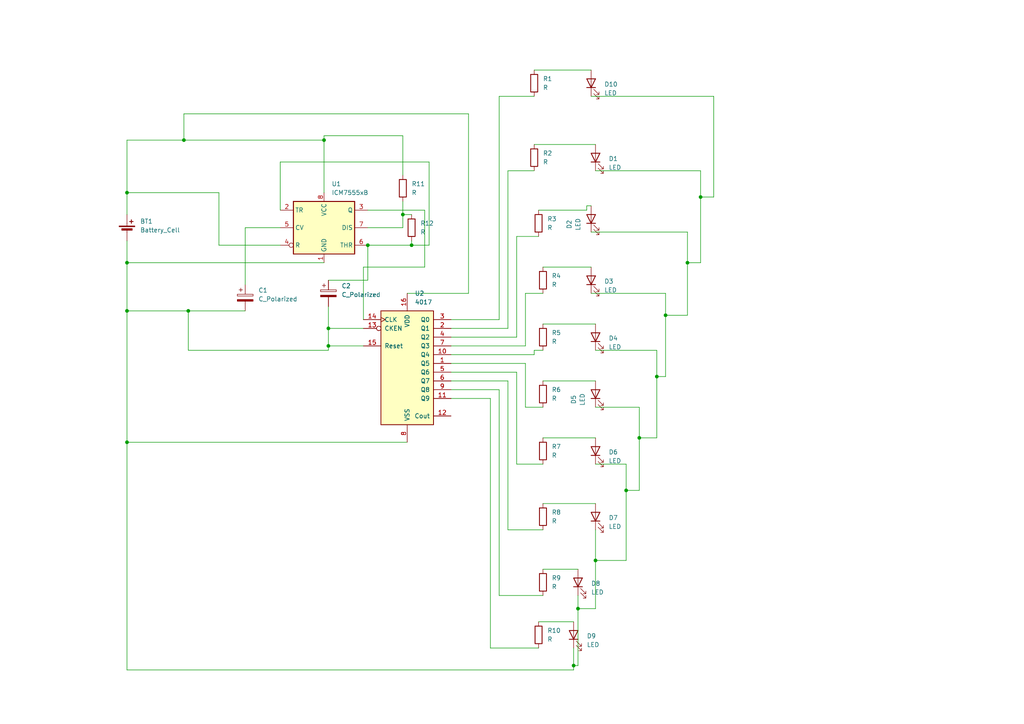
<source format=kicad_sch>
(kicad_sch
	(version 20231120)
	(generator "eeschema")
	(generator_version "8.0")
	(uuid "abb1789e-2455-474d-bc31-e3a79ab7ea3a")
	(paper "A4")
	(lib_symbols
		(symbol "4xxx:4017"
			(pin_names
				(offset 1.016)
			)
			(exclude_from_sim no)
			(in_bom yes)
			(on_board yes)
			(property "Reference" "U"
				(at -7.62 16.51 0)
				(effects
					(font
						(size 1.27 1.27)
					)
				)
			)
			(property "Value" "4017"
				(at -7.62 -19.05 0)
				(effects
					(font
						(size 1.27 1.27)
					)
				)
			)
			(property "Footprint" ""
				(at 0 0 0)
				(effects
					(font
						(size 1.27 1.27)
					)
					(hide yes)
				)
			)
			(property "Datasheet" "http://www.intersil.com/content/dam/Intersil/documents/cd40/cd4017bms-22bms.pdf"
				(at 0 0 0)
				(effects
					(font
						(size 1.27 1.27)
					)
					(hide yes)
				)
			)
			(property "Description" "Johnson Counter ( 10 outputs )"
				(at 0 0 0)
				(effects
					(font
						(size 1.27 1.27)
					)
					(hide yes)
				)
			)
			(property "ki_locked" ""
				(at 0 0 0)
				(effects
					(font
						(size 1.27 1.27)
					)
				)
			)
			(property "ki_keywords" "CNT CNT10"
				(at 0 0 0)
				(effects
					(font
						(size 1.27 1.27)
					)
					(hide yes)
				)
			)
			(property "ki_fp_filters" "DIP?16*"
				(at 0 0 0)
				(effects
					(font
						(size 1.27 1.27)
					)
					(hide yes)
				)
			)
			(symbol "4017_1_0"
				(pin output line
					(at 12.7 0 180)
					(length 5.08)
					(name "Q5"
						(effects
							(font
								(size 1.27 1.27)
							)
						)
					)
					(number "1"
						(effects
							(font
								(size 1.27 1.27)
							)
						)
					)
				)
				(pin output line
					(at 12.7 2.54 180)
					(length 5.08)
					(name "Q4"
						(effects
							(font
								(size 1.27 1.27)
							)
						)
					)
					(number "10"
						(effects
							(font
								(size 1.27 1.27)
							)
						)
					)
				)
				(pin output line
					(at 12.7 -10.16 180)
					(length 5.08)
					(name "Q9"
						(effects
							(font
								(size 1.27 1.27)
							)
						)
					)
					(number "11"
						(effects
							(font
								(size 1.27 1.27)
							)
						)
					)
				)
				(pin output line
					(at 12.7 -15.24 180)
					(length 5.08)
					(name "Cout"
						(effects
							(font
								(size 1.27 1.27)
							)
						)
					)
					(number "12"
						(effects
							(font
								(size 1.27 1.27)
							)
						)
					)
				)
				(pin input inverted
					(at -12.7 10.16 0)
					(length 5.08)
					(name "CKEN"
						(effects
							(font
								(size 1.27 1.27)
							)
						)
					)
					(number "13"
						(effects
							(font
								(size 1.27 1.27)
							)
						)
					)
				)
				(pin input clock
					(at -12.7 12.7 0)
					(length 5.08)
					(name "CLK"
						(effects
							(font
								(size 1.27 1.27)
							)
						)
					)
					(number "14"
						(effects
							(font
								(size 1.27 1.27)
							)
						)
					)
				)
				(pin input line
					(at -12.7 5.08 0)
					(length 5.08)
					(name "Reset"
						(effects
							(font
								(size 1.27 1.27)
							)
						)
					)
					(number "15"
						(effects
							(font
								(size 1.27 1.27)
							)
						)
					)
				)
				(pin power_in line
					(at 0 20.32 270)
					(length 5.08)
					(name "VDD"
						(effects
							(font
								(size 1.27 1.27)
							)
						)
					)
					(number "16"
						(effects
							(font
								(size 1.27 1.27)
							)
						)
					)
				)
				(pin output line
					(at 12.7 10.16 180)
					(length 5.08)
					(name "Q1"
						(effects
							(font
								(size 1.27 1.27)
							)
						)
					)
					(number "2"
						(effects
							(font
								(size 1.27 1.27)
							)
						)
					)
				)
				(pin output line
					(at 12.7 12.7 180)
					(length 5.08)
					(name "Q0"
						(effects
							(font
								(size 1.27 1.27)
							)
						)
					)
					(number "3"
						(effects
							(font
								(size 1.27 1.27)
							)
						)
					)
				)
				(pin output line
					(at 12.7 7.62 180)
					(length 5.08)
					(name "Q2"
						(effects
							(font
								(size 1.27 1.27)
							)
						)
					)
					(number "4"
						(effects
							(font
								(size 1.27 1.27)
							)
						)
					)
				)
				(pin output line
					(at 12.7 -2.54 180)
					(length 5.08)
					(name "Q6"
						(effects
							(font
								(size 1.27 1.27)
							)
						)
					)
					(number "5"
						(effects
							(font
								(size 1.27 1.27)
							)
						)
					)
				)
				(pin output line
					(at 12.7 -5.08 180)
					(length 5.08)
					(name "Q7"
						(effects
							(font
								(size 1.27 1.27)
							)
						)
					)
					(number "6"
						(effects
							(font
								(size 1.27 1.27)
							)
						)
					)
				)
				(pin output line
					(at 12.7 5.08 180)
					(length 5.08)
					(name "Q3"
						(effects
							(font
								(size 1.27 1.27)
							)
						)
					)
					(number "7"
						(effects
							(font
								(size 1.27 1.27)
							)
						)
					)
				)
				(pin power_in line
					(at 0 -22.86 90)
					(length 5.08)
					(name "VSS"
						(effects
							(font
								(size 1.27 1.27)
							)
						)
					)
					(number "8"
						(effects
							(font
								(size 1.27 1.27)
							)
						)
					)
				)
				(pin output line
					(at 12.7 -7.62 180)
					(length 5.08)
					(name "Q8"
						(effects
							(font
								(size 1.27 1.27)
							)
						)
					)
					(number "9"
						(effects
							(font
								(size 1.27 1.27)
							)
						)
					)
				)
			)
			(symbol "4017_1_1"
				(rectangle
					(start -7.62 15.24)
					(end 7.62 -17.78)
					(stroke
						(width 0.254)
						(type default)
					)
					(fill
						(type background)
					)
				)
			)
		)
		(symbol "Device:Battery_Cell"
			(pin_numbers hide)
			(pin_names
				(offset 0) hide)
			(exclude_from_sim no)
			(in_bom yes)
			(on_board yes)
			(property "Reference" "BT"
				(at 2.54 2.54 0)
				(effects
					(font
						(size 1.27 1.27)
					)
					(justify left)
				)
			)
			(property "Value" "Battery_Cell"
				(at 2.54 0 0)
				(effects
					(font
						(size 1.27 1.27)
					)
					(justify left)
				)
			)
			(property "Footprint" ""
				(at 0 1.524 90)
				(effects
					(font
						(size 1.27 1.27)
					)
					(hide yes)
				)
			)
			(property "Datasheet" "~"
				(at 0 1.524 90)
				(effects
					(font
						(size 1.27 1.27)
					)
					(hide yes)
				)
			)
			(property "Description" "Single-cell battery"
				(at 0 0 0)
				(effects
					(font
						(size 1.27 1.27)
					)
					(hide yes)
				)
			)
			(property "ki_keywords" "battery cell"
				(at 0 0 0)
				(effects
					(font
						(size 1.27 1.27)
					)
					(hide yes)
				)
			)
			(symbol "Battery_Cell_0_1"
				(rectangle
					(start -2.286 1.778)
					(end 2.286 1.524)
					(stroke
						(width 0)
						(type default)
					)
					(fill
						(type outline)
					)
				)
				(rectangle
					(start -1.524 1.016)
					(end 1.524 0.508)
					(stroke
						(width 0)
						(type default)
					)
					(fill
						(type outline)
					)
				)
				(polyline
					(pts
						(xy 0 0.762) (xy 0 0)
					)
					(stroke
						(width 0)
						(type default)
					)
					(fill
						(type none)
					)
				)
				(polyline
					(pts
						(xy 0 1.778) (xy 0 2.54)
					)
					(stroke
						(width 0)
						(type default)
					)
					(fill
						(type none)
					)
				)
				(polyline
					(pts
						(xy 0.762 3.048) (xy 1.778 3.048)
					)
					(stroke
						(width 0.254)
						(type default)
					)
					(fill
						(type none)
					)
				)
				(polyline
					(pts
						(xy 1.27 3.556) (xy 1.27 2.54)
					)
					(stroke
						(width 0.254)
						(type default)
					)
					(fill
						(type none)
					)
				)
			)
			(symbol "Battery_Cell_1_1"
				(pin passive line
					(at 0 5.08 270)
					(length 2.54)
					(name "+"
						(effects
							(font
								(size 1.27 1.27)
							)
						)
					)
					(number "1"
						(effects
							(font
								(size 1.27 1.27)
							)
						)
					)
				)
				(pin passive line
					(at 0 -2.54 90)
					(length 2.54)
					(name "-"
						(effects
							(font
								(size 1.27 1.27)
							)
						)
					)
					(number "2"
						(effects
							(font
								(size 1.27 1.27)
							)
						)
					)
				)
			)
		)
		(symbol "Device:C_Polarized"
			(pin_numbers hide)
			(pin_names
				(offset 0.254)
			)
			(exclude_from_sim no)
			(in_bom yes)
			(on_board yes)
			(property "Reference" "C"
				(at 0.635 2.54 0)
				(effects
					(font
						(size 1.27 1.27)
					)
					(justify left)
				)
			)
			(property "Value" "C_Polarized"
				(at 0.635 -2.54 0)
				(effects
					(font
						(size 1.27 1.27)
					)
					(justify left)
				)
			)
			(property "Footprint" ""
				(at 0.9652 -3.81 0)
				(effects
					(font
						(size 1.27 1.27)
					)
					(hide yes)
				)
			)
			(property "Datasheet" "~"
				(at 0 0 0)
				(effects
					(font
						(size 1.27 1.27)
					)
					(hide yes)
				)
			)
			(property "Description" "Polarized capacitor"
				(at 0 0 0)
				(effects
					(font
						(size 1.27 1.27)
					)
					(hide yes)
				)
			)
			(property "ki_keywords" "cap capacitor"
				(at 0 0 0)
				(effects
					(font
						(size 1.27 1.27)
					)
					(hide yes)
				)
			)
			(property "ki_fp_filters" "CP_*"
				(at 0 0 0)
				(effects
					(font
						(size 1.27 1.27)
					)
					(hide yes)
				)
			)
			(symbol "C_Polarized_0_1"
				(rectangle
					(start -2.286 0.508)
					(end 2.286 1.016)
					(stroke
						(width 0)
						(type default)
					)
					(fill
						(type none)
					)
				)
				(polyline
					(pts
						(xy -1.778 2.286) (xy -0.762 2.286)
					)
					(stroke
						(width 0)
						(type default)
					)
					(fill
						(type none)
					)
				)
				(polyline
					(pts
						(xy -1.27 2.794) (xy -1.27 1.778)
					)
					(stroke
						(width 0)
						(type default)
					)
					(fill
						(type none)
					)
				)
				(rectangle
					(start 2.286 -0.508)
					(end -2.286 -1.016)
					(stroke
						(width 0)
						(type default)
					)
					(fill
						(type outline)
					)
				)
			)
			(symbol "C_Polarized_1_1"
				(pin passive line
					(at 0 3.81 270)
					(length 2.794)
					(name "~"
						(effects
							(font
								(size 1.27 1.27)
							)
						)
					)
					(number "1"
						(effects
							(font
								(size 1.27 1.27)
							)
						)
					)
				)
				(pin passive line
					(at 0 -3.81 90)
					(length 2.794)
					(name "~"
						(effects
							(font
								(size 1.27 1.27)
							)
						)
					)
					(number "2"
						(effects
							(font
								(size 1.27 1.27)
							)
						)
					)
				)
			)
		)
		(symbol "Device:LED"
			(pin_numbers hide)
			(pin_names
				(offset 1.016) hide)
			(exclude_from_sim no)
			(in_bom yes)
			(on_board yes)
			(property "Reference" "D"
				(at 0 2.54 0)
				(effects
					(font
						(size 1.27 1.27)
					)
				)
			)
			(property "Value" "LED"
				(at 0 -2.54 0)
				(effects
					(font
						(size 1.27 1.27)
					)
				)
			)
			(property "Footprint" ""
				(at 0 0 0)
				(effects
					(font
						(size 1.27 1.27)
					)
					(hide yes)
				)
			)
			(property "Datasheet" "~"
				(at 0 0 0)
				(effects
					(font
						(size 1.27 1.27)
					)
					(hide yes)
				)
			)
			(property "Description" "Light emitting diode"
				(at 0 0 0)
				(effects
					(font
						(size 1.27 1.27)
					)
					(hide yes)
				)
			)
			(property "ki_keywords" "LED diode"
				(at 0 0 0)
				(effects
					(font
						(size 1.27 1.27)
					)
					(hide yes)
				)
			)
			(property "ki_fp_filters" "LED* LED_SMD:* LED_THT:*"
				(at 0 0 0)
				(effects
					(font
						(size 1.27 1.27)
					)
					(hide yes)
				)
			)
			(symbol "LED_0_1"
				(polyline
					(pts
						(xy -1.27 -1.27) (xy -1.27 1.27)
					)
					(stroke
						(width 0.254)
						(type default)
					)
					(fill
						(type none)
					)
				)
				(polyline
					(pts
						(xy -1.27 0) (xy 1.27 0)
					)
					(stroke
						(width 0)
						(type default)
					)
					(fill
						(type none)
					)
				)
				(polyline
					(pts
						(xy 1.27 -1.27) (xy 1.27 1.27) (xy -1.27 0) (xy 1.27 -1.27)
					)
					(stroke
						(width 0.254)
						(type default)
					)
					(fill
						(type none)
					)
				)
				(polyline
					(pts
						(xy -3.048 -0.762) (xy -4.572 -2.286) (xy -3.81 -2.286) (xy -4.572 -2.286) (xy -4.572 -1.524)
					)
					(stroke
						(width 0)
						(type default)
					)
					(fill
						(type none)
					)
				)
				(polyline
					(pts
						(xy -1.778 -0.762) (xy -3.302 -2.286) (xy -2.54 -2.286) (xy -3.302 -2.286) (xy -3.302 -1.524)
					)
					(stroke
						(width 0)
						(type default)
					)
					(fill
						(type none)
					)
				)
			)
			(symbol "LED_1_1"
				(pin passive line
					(at -3.81 0 0)
					(length 2.54)
					(name "K"
						(effects
							(font
								(size 1.27 1.27)
							)
						)
					)
					(number "1"
						(effects
							(font
								(size 1.27 1.27)
							)
						)
					)
				)
				(pin passive line
					(at 3.81 0 180)
					(length 2.54)
					(name "A"
						(effects
							(font
								(size 1.27 1.27)
							)
						)
					)
					(number "2"
						(effects
							(font
								(size 1.27 1.27)
							)
						)
					)
				)
			)
		)
		(symbol "Device:R"
			(pin_numbers hide)
			(pin_names
				(offset 0)
			)
			(exclude_from_sim no)
			(in_bom yes)
			(on_board yes)
			(property "Reference" "R"
				(at 2.032 0 90)
				(effects
					(font
						(size 1.27 1.27)
					)
				)
			)
			(property "Value" "R"
				(at 0 0 90)
				(effects
					(font
						(size 1.27 1.27)
					)
				)
			)
			(property "Footprint" ""
				(at -1.778 0 90)
				(effects
					(font
						(size 1.27 1.27)
					)
					(hide yes)
				)
			)
			(property "Datasheet" "~"
				(at 0 0 0)
				(effects
					(font
						(size 1.27 1.27)
					)
					(hide yes)
				)
			)
			(property "Description" "Resistor"
				(at 0 0 0)
				(effects
					(font
						(size 1.27 1.27)
					)
					(hide yes)
				)
			)
			(property "ki_keywords" "R res resistor"
				(at 0 0 0)
				(effects
					(font
						(size 1.27 1.27)
					)
					(hide yes)
				)
			)
			(property "ki_fp_filters" "R_*"
				(at 0 0 0)
				(effects
					(font
						(size 1.27 1.27)
					)
					(hide yes)
				)
			)
			(symbol "R_0_1"
				(rectangle
					(start -1.016 -2.54)
					(end 1.016 2.54)
					(stroke
						(width 0.254)
						(type default)
					)
					(fill
						(type none)
					)
				)
			)
			(symbol "R_1_1"
				(pin passive line
					(at 0 3.81 270)
					(length 1.27)
					(name "~"
						(effects
							(font
								(size 1.27 1.27)
							)
						)
					)
					(number "1"
						(effects
							(font
								(size 1.27 1.27)
							)
						)
					)
				)
				(pin passive line
					(at 0 -3.81 90)
					(length 1.27)
					(name "~"
						(effects
							(font
								(size 1.27 1.27)
							)
						)
					)
					(number "2"
						(effects
							(font
								(size 1.27 1.27)
							)
						)
					)
				)
			)
		)
		(symbol "Timer:ICM7555xB"
			(exclude_from_sim no)
			(in_bom yes)
			(on_board yes)
			(property "Reference" "U"
				(at -10.16 8.89 0)
				(effects
					(font
						(size 1.27 1.27)
					)
					(justify left)
				)
			)
			(property "Value" "ICM7555xB"
				(at 2.54 8.89 0)
				(effects
					(font
						(size 1.27 1.27)
					)
					(justify left)
				)
			)
			(property "Footprint" "Package_SO:SOIC-8_3.9x4.9mm_P1.27mm"
				(at 21.59 -10.16 0)
				(effects
					(font
						(size 1.27 1.27)
					)
					(hide yes)
				)
			)
			(property "Datasheet" "http://www.intersil.com/content/dam/Intersil/documents/icm7/icm7555-56.pdf"
				(at 21.59 -10.16 0)
				(effects
					(font
						(size 1.27 1.27)
					)
					(hide yes)
				)
			)
			(property "Description" "CMOS General Purpose Timer, 555 compatible, SOIC-8"
				(at 0 0 0)
				(effects
					(font
						(size 1.27 1.27)
					)
					(hide yes)
				)
			)
			(property "ki_keywords" "single timer 555"
				(at 0 0 0)
				(effects
					(font
						(size 1.27 1.27)
					)
					(hide yes)
				)
			)
			(property "ki_fp_filters" "SOIC*3.9x4.9mm*P1.27mm*"
				(at 0 0 0)
				(effects
					(font
						(size 1.27 1.27)
					)
					(hide yes)
				)
			)
			(symbol "ICM7555xB_0_0"
				(pin power_in line
					(at 0 -10.16 90)
					(length 2.54)
					(name "GND"
						(effects
							(font
								(size 1.27 1.27)
							)
						)
					)
					(number "1"
						(effects
							(font
								(size 1.27 1.27)
							)
						)
					)
				)
				(pin power_in line
					(at 0 10.16 270)
					(length 2.54)
					(name "VCC"
						(effects
							(font
								(size 1.27 1.27)
							)
						)
					)
					(number "8"
						(effects
							(font
								(size 1.27 1.27)
							)
						)
					)
				)
			)
			(symbol "ICM7555xB_0_1"
				(rectangle
					(start -8.89 -7.62)
					(end 8.89 7.62)
					(stroke
						(width 0.254)
						(type default)
					)
					(fill
						(type background)
					)
				)
				(rectangle
					(start -8.89 -7.62)
					(end 8.89 7.62)
					(stroke
						(width 0.254)
						(type default)
					)
					(fill
						(type background)
					)
				)
			)
			(symbol "ICM7555xB_1_1"
				(pin input line
					(at -12.7 5.08 0)
					(length 3.81)
					(name "TR"
						(effects
							(font
								(size 1.27 1.27)
							)
						)
					)
					(number "2"
						(effects
							(font
								(size 1.27 1.27)
							)
						)
					)
				)
				(pin output line
					(at 12.7 5.08 180)
					(length 3.81)
					(name "Q"
						(effects
							(font
								(size 1.27 1.27)
							)
						)
					)
					(number "3"
						(effects
							(font
								(size 1.27 1.27)
							)
						)
					)
				)
				(pin input inverted
					(at -12.7 -5.08 0)
					(length 3.81)
					(name "R"
						(effects
							(font
								(size 1.27 1.27)
							)
						)
					)
					(number "4"
						(effects
							(font
								(size 1.27 1.27)
							)
						)
					)
				)
				(pin input line
					(at -12.7 0 0)
					(length 3.81)
					(name "CV"
						(effects
							(font
								(size 1.27 1.27)
							)
						)
					)
					(number "5"
						(effects
							(font
								(size 1.27 1.27)
							)
						)
					)
				)
				(pin input line
					(at 12.7 -5.08 180)
					(length 3.81)
					(name "THR"
						(effects
							(font
								(size 1.27 1.27)
							)
						)
					)
					(number "6"
						(effects
							(font
								(size 1.27 1.27)
							)
						)
					)
				)
				(pin input line
					(at 12.7 0 180)
					(length 3.81)
					(name "DIS"
						(effects
							(font
								(size 1.27 1.27)
							)
						)
					)
					(number "7"
						(effects
							(font
								(size 1.27 1.27)
							)
						)
					)
				)
			)
		)
	)
	(junction
		(at 54.61 90.17)
		(diameter 0)
		(color 0 0 0 0)
		(uuid "088dc4e3-4901-442e-ba9d-2cad1faf8f8e")
	)
	(junction
		(at 36.83 128.27)
		(diameter 0)
		(color 0 0 0 0)
		(uuid "0a0467f6-629f-4b49-b1b8-1dcf58ec9530")
	)
	(junction
		(at 95.25 100.33)
		(diameter 0)
		(color 0 0 0 0)
		(uuid "10ac74f7-0995-4f93-b807-c5ef7d020f6a")
	)
	(junction
		(at 36.83 90.17)
		(diameter 0)
		(color 0 0 0 0)
		(uuid "38b5b55f-26f0-40bc-9be9-0ed871a25252")
	)
	(junction
		(at 106.68 71.12)
		(diameter 0)
		(color 0 0 0 0)
		(uuid "3b1ae723-dec1-4a94-b6f7-e1b13fd3d747")
	)
	(junction
		(at 93.98 40.64)
		(diameter 0)
		(color 0 0 0 0)
		(uuid "3bd140bd-6a1f-43ea-ae5a-fdacb5572589")
	)
	(junction
		(at 190.5 109.22)
		(diameter 0)
		(color 0 0 0 0)
		(uuid "44a3aa16-5e63-4790-a000-d8603db48813")
	)
	(junction
		(at 193.04 91.44)
		(diameter 0)
		(color 0 0 0 0)
		(uuid "4992a41f-ac56-41bd-aa16-e807622184b2")
	)
	(junction
		(at 53.34 40.64)
		(diameter 0)
		(color 0 0 0 0)
		(uuid "6cfb8a29-c4a3-4dc6-baf1-a78689f1744b")
	)
	(junction
		(at 166.37 193.04)
		(diameter 0)
		(color 0 0 0 0)
		(uuid "7d7b07d2-859f-48af-b2b7-645d4d80d014")
	)
	(junction
		(at 95.25 95.25)
		(diameter 0)
		(color 0 0 0 0)
		(uuid "82556678-b727-4db1-bd40-213b48eaa299")
	)
	(junction
		(at 116.84 62.23)
		(diameter 0)
		(color 0 0 0 0)
		(uuid "93dd6c34-6783-4d2e-a0f3-0c67cb022ea2")
	)
	(junction
		(at 185.42 127)
		(diameter 0)
		(color 0 0 0 0)
		(uuid "98813839-ba30-450d-9c5c-af434e517d67")
	)
	(junction
		(at 36.83 55.88)
		(diameter 0)
		(color 0 0 0 0)
		(uuid "a2ff4bb2-fe68-4ef6-870e-30ead011bd08")
	)
	(junction
		(at 172.72 162.56)
		(diameter 0)
		(color 0 0 0 0)
		(uuid "a419289d-fd16-4faa-a225-3ed23e7c949a")
	)
	(junction
		(at 181.61 142.24)
		(diameter 0)
		(color 0 0 0 0)
		(uuid "c913974e-c415-4a61-bd47-103a7d6e391e")
	)
	(junction
		(at 203.2 57.15)
		(diameter 0)
		(color 0 0 0 0)
		(uuid "d1769255-6d18-44bb-97db-87da0bc06f5d")
	)
	(junction
		(at 119.38 71.12)
		(diameter 0)
		(color 0 0 0 0)
		(uuid "dd717965-429a-4b9f-8ef7-cc9c265c3527")
	)
	(junction
		(at 167.64 176.53)
		(diameter 0)
		(color 0 0 0 0)
		(uuid "def21d5f-d0d7-4f49-a6c7-cfcbee966390")
	)
	(junction
		(at 199.39 76.2)
		(diameter 0)
		(color 0 0 0 0)
		(uuid "e7650aa8-bc57-44f0-843c-ed95289e3081")
	)
	(junction
		(at 36.83 76.2)
		(diameter 0)
		(color 0 0 0 0)
		(uuid "eb719f5a-dab8-4dc3-bec3-58d9cf06dfa5")
	)
	(wire
		(pts
			(xy 203.2 57.15) (xy 203.2 76.2)
		)
		(stroke
			(width 0)
			(type default)
		)
		(uuid "035fae84-e7a3-4a1d-937d-519c88759aef")
	)
	(wire
		(pts
			(xy 53.34 33.02) (xy 53.34 40.64)
		)
		(stroke
			(width 0)
			(type default)
		)
		(uuid "07233a3b-6673-4784-8f4f-a6d1bde36412")
	)
	(wire
		(pts
			(xy 130.81 115.57) (xy 142.24 115.57)
		)
		(stroke
			(width 0)
			(type default)
		)
		(uuid "07ac3635-6739-451d-8111-2618fd1691cd")
	)
	(wire
		(pts
			(xy 190.5 101.6) (xy 190.5 109.22)
		)
		(stroke
			(width 0)
			(type default)
		)
		(uuid "08494989-e1e5-46c5-a0eb-d7e1898973c3")
	)
	(wire
		(pts
			(xy 124.46 71.12) (xy 124.46 46.99)
		)
		(stroke
			(width 0)
			(type default)
		)
		(uuid "0b6a49e9-88bd-4a40-9124-f6d30861cc4e")
	)
	(wire
		(pts
			(xy 142.24 115.57) (xy 142.24 187.96)
		)
		(stroke
			(width 0)
			(type default)
		)
		(uuid "0b8a78a3-26a7-4f40-98ee-d0b4b70cd09d")
	)
	(wire
		(pts
			(xy 130.81 105.41) (xy 152.4 105.41)
		)
		(stroke
			(width 0)
			(type default)
		)
		(uuid "0b9fac18-3001-4b1d-af6c-74f18e5e6ea8")
	)
	(wire
		(pts
			(xy 147.32 110.49) (xy 147.32 153.67)
		)
		(stroke
			(width 0)
			(type default)
		)
		(uuid "0cbec574-e218-4893-9593-30124ae9b2a1")
	)
	(wire
		(pts
			(xy 144.78 27.94) (xy 154.94 27.94)
		)
		(stroke
			(width 0)
			(type default)
		)
		(uuid "0d00907e-2f9f-4309-856c-9a9e72f275bc")
	)
	(wire
		(pts
			(xy 172.72 176.53) (xy 167.64 176.53)
		)
		(stroke
			(width 0)
			(type default)
		)
		(uuid "0e968b5e-f8c7-4d04-8889-06608fcf8ed4")
	)
	(wire
		(pts
			(xy 106.68 66.04) (xy 116.84 66.04)
		)
		(stroke
			(width 0)
			(type default)
		)
		(uuid "10f181ec-9ece-476e-a82b-6c4f073f190c")
	)
	(wire
		(pts
			(xy 119.38 69.85) (xy 119.38 71.12)
		)
		(stroke
			(width 0)
			(type default)
		)
		(uuid "110292ba-cde5-4f8c-8a81-a1c3ae3d6b44")
	)
	(wire
		(pts
			(xy 154.94 41.91) (xy 172.72 41.91)
		)
		(stroke
			(width 0)
			(type default)
		)
		(uuid "1193c444-0001-46c3-ba37-0d1aebc4fbb5")
	)
	(wire
		(pts
			(xy 190.5 127) (xy 185.42 127)
		)
		(stroke
			(width 0)
			(type default)
		)
		(uuid "11abb5c1-a4f6-4b08-a9d7-6d436aada081")
	)
	(wire
		(pts
			(xy 147.32 49.53) (xy 154.94 49.53)
		)
		(stroke
			(width 0)
			(type default)
		)
		(uuid "13e4f488-6a8c-442e-95b3-950daad35155")
	)
	(wire
		(pts
			(xy 105.41 77.47) (xy 123.19 77.47)
		)
		(stroke
			(width 0)
			(type default)
		)
		(uuid "143d4d67-50b4-49f8-b508-12f9ec537dbc")
	)
	(wire
		(pts
			(xy 147.32 153.67) (xy 157.48 153.67)
		)
		(stroke
			(width 0)
			(type default)
		)
		(uuid "15bb2068-8c56-44e2-b37d-ab959714e1e0")
	)
	(wire
		(pts
			(xy 167.64 172.72) (xy 167.64 176.53)
		)
		(stroke
			(width 0)
			(type default)
		)
		(uuid "17e3853e-5922-48f4-91b4-57ce77283c57")
	)
	(wire
		(pts
			(xy 144.78 172.72) (xy 157.48 172.72)
		)
		(stroke
			(width 0)
			(type default)
		)
		(uuid "1881ae98-e998-4956-b3c7-1c46ec1fe5eb")
	)
	(wire
		(pts
			(xy 124.46 46.99) (xy 81.28 46.99)
		)
		(stroke
			(width 0)
			(type default)
		)
		(uuid "1c27c718-c54c-4f58-9cd0-bd9a5cc6f813")
	)
	(wire
		(pts
			(xy 63.5 71.12) (xy 63.5 55.88)
		)
		(stroke
			(width 0)
			(type default)
		)
		(uuid "1c78dfc6-f657-4d99-9b80-964f46ed1f6c")
	)
	(wire
		(pts
			(xy 193.04 85.09) (xy 193.04 91.44)
		)
		(stroke
			(width 0)
			(type default)
		)
		(uuid "1d34eeda-f72f-4ab3-afe4-a7580453e71a")
	)
	(wire
		(pts
			(xy 36.83 40.64) (xy 36.83 55.88)
		)
		(stroke
			(width 0)
			(type default)
		)
		(uuid "1fccee0e-0c2d-4426-95c5-719d31ae7ac5")
	)
	(wire
		(pts
			(xy 144.78 92.71) (xy 144.78 27.94)
		)
		(stroke
			(width 0)
			(type default)
		)
		(uuid "2084aef0-e67a-4e32-87e3-eb62df0c88b3")
	)
	(wire
		(pts
			(xy 156.21 180.34) (xy 166.37 180.34)
		)
		(stroke
			(width 0)
			(type default)
		)
		(uuid "215b7ad1-f260-4f16-83bd-f69f77444212")
	)
	(wire
		(pts
			(xy 172.72 134.62) (xy 181.61 134.62)
		)
		(stroke
			(width 0)
			(type default)
		)
		(uuid "22c54482-942c-4eb9-b8fb-303c8edaa298")
	)
	(wire
		(pts
			(xy 95.25 95.25) (xy 95.25 100.33)
		)
		(stroke
			(width 0)
			(type default)
		)
		(uuid "238be782-f315-486f-94bb-ced7fb06d55f")
	)
	(wire
		(pts
			(xy 172.72 118.11) (xy 185.42 118.11)
		)
		(stroke
			(width 0)
			(type default)
		)
		(uuid "274e6772-a1eb-4654-980d-043e10d9adec")
	)
	(wire
		(pts
			(xy 154.94 101.6) (xy 157.48 101.6)
		)
		(stroke
			(width 0)
			(type default)
		)
		(uuid "28eaad0e-652a-418c-b7b1-8d73b3b578a0")
	)
	(wire
		(pts
			(xy 36.83 194.31) (xy 166.37 194.31)
		)
		(stroke
			(width 0)
			(type default)
		)
		(uuid "29ca0744-e6a6-432d-a9fc-33c1fe8760f4")
	)
	(wire
		(pts
			(xy 154.94 20.32) (xy 171.45 20.32)
		)
		(stroke
			(width 0)
			(type default)
		)
		(uuid "2b2725b1-c7f1-4623-a68f-ad9e16377392")
	)
	(wire
		(pts
			(xy 130.81 95.25) (xy 147.32 95.25)
		)
		(stroke
			(width 0)
			(type default)
		)
		(uuid "2c994a52-9543-4212-8bc6-a0b9526622ad")
	)
	(wire
		(pts
			(xy 142.24 187.96) (xy 156.21 187.96)
		)
		(stroke
			(width 0)
			(type default)
		)
		(uuid "336d857c-3f8f-4733-b26d-cafd645b93a9")
	)
	(wire
		(pts
			(xy 149.86 68.58) (xy 156.21 68.58)
		)
		(stroke
			(width 0)
			(type default)
		)
		(uuid "3658da5a-1044-476e-b367-ae7f3b9ccb3d")
	)
	(wire
		(pts
			(xy 185.42 118.11) (xy 185.42 127)
		)
		(stroke
			(width 0)
			(type default)
		)
		(uuid "419ac053-a79b-4bbc-9a52-ba446a8333fa")
	)
	(wire
		(pts
			(xy 154.94 102.87) (xy 154.94 101.6)
		)
		(stroke
			(width 0)
			(type default)
		)
		(uuid "42ab6845-726d-4fcb-b78f-cca81547eac5")
	)
	(wire
		(pts
			(xy 181.61 134.62) (xy 181.61 142.24)
		)
		(stroke
			(width 0)
			(type default)
		)
		(uuid "4451e146-dc7d-41ba-a688-ac81dfcb9e87")
	)
	(wire
		(pts
			(xy 95.25 101.6) (xy 54.61 101.6)
		)
		(stroke
			(width 0)
			(type default)
		)
		(uuid "4614f536-2798-4280-b717-c4adc0c85cc2")
	)
	(wire
		(pts
			(xy 119.38 71.12) (xy 124.46 71.12)
		)
		(stroke
			(width 0)
			(type default)
		)
		(uuid "48bcbc4f-8ed8-481d-b6e1-ef7c2890570a")
	)
	(wire
		(pts
			(xy 171.45 85.09) (xy 193.04 85.09)
		)
		(stroke
			(width 0)
			(type default)
		)
		(uuid "51329d85-72c8-474c-9a14-75438bcc8ff4")
	)
	(wire
		(pts
			(xy 93.98 76.2) (xy 36.83 76.2)
		)
		(stroke
			(width 0)
			(type default)
		)
		(uuid "5272fcc5-9a3d-4196-969f-d0338233654c")
	)
	(wire
		(pts
			(xy 130.81 107.95) (xy 149.86 107.95)
		)
		(stroke
			(width 0)
			(type default)
		)
		(uuid "54d933a0-950c-4af3-8a98-e3dc61fca9dc")
	)
	(wire
		(pts
			(xy 203.2 76.2) (xy 199.39 76.2)
		)
		(stroke
			(width 0)
			(type default)
		)
		(uuid "558004ed-dbd6-46d3-a114-cf982b424586")
	)
	(wire
		(pts
			(xy 152.4 100.33) (xy 152.4 85.09)
		)
		(stroke
			(width 0)
			(type default)
		)
		(uuid "59882072-9f47-4170-bbea-54faf8cc6f7c")
	)
	(wire
		(pts
			(xy 144.78 113.03) (xy 144.78 172.72)
		)
		(stroke
			(width 0)
			(type default)
		)
		(uuid "5a649875-0cf2-417e-9c2d-840fdf243383")
	)
	(wire
		(pts
			(xy 149.86 134.62) (xy 157.48 134.62)
		)
		(stroke
			(width 0)
			(type default)
		)
		(uuid "62cf5be9-7570-493c-a19e-523c1539144e")
	)
	(wire
		(pts
			(xy 130.81 100.33) (xy 152.4 100.33)
		)
		(stroke
			(width 0)
			(type default)
		)
		(uuid "62e830f4-cd36-448b-ac58-aaf77df8e314")
	)
	(wire
		(pts
			(xy 95.25 95.25) (xy 105.41 95.25)
		)
		(stroke
			(width 0)
			(type default)
		)
		(uuid "641996fe-4276-47c8-ad48-0e65479fcbed")
	)
	(wire
		(pts
			(xy 36.83 55.88) (xy 36.83 62.23)
		)
		(stroke
			(width 0)
			(type default)
		)
		(uuid "663f0157-15d6-4c4a-89c9-1648c8b16b8d")
	)
	(wire
		(pts
			(xy 185.42 127) (xy 185.42 142.24)
		)
		(stroke
			(width 0)
			(type default)
		)
		(uuid "67a6aa87-a274-4e14-8077-faf3568a92f6")
	)
	(wire
		(pts
			(xy 207.01 27.94) (xy 207.01 57.15)
		)
		(stroke
			(width 0)
			(type default)
		)
		(uuid "6d10cf94-c8da-49ef-b620-41e3bdf77f40")
	)
	(wire
		(pts
			(xy 149.86 97.79) (xy 149.86 68.58)
		)
		(stroke
			(width 0)
			(type default)
		)
		(uuid "6d881d26-2851-4523-929b-725d473dbfbf")
	)
	(wire
		(pts
			(xy 172.72 101.6) (xy 190.5 101.6)
		)
		(stroke
			(width 0)
			(type default)
		)
		(uuid "6dc39e11-26f8-471c-8fb0-2bc25b70422e")
	)
	(wire
		(pts
			(xy 172.72 153.67) (xy 172.72 162.56)
		)
		(stroke
			(width 0)
			(type default)
		)
		(uuid "723609c9-efd4-48de-ae6e-481fc1cd10a7")
	)
	(wire
		(pts
			(xy 81.28 71.12) (xy 63.5 71.12)
		)
		(stroke
			(width 0)
			(type default)
		)
		(uuid "72dd958c-0e79-4418-b400-0dd4faa3283d")
	)
	(wire
		(pts
			(xy 118.11 85.09) (xy 135.89 85.09)
		)
		(stroke
			(width 0)
			(type default)
		)
		(uuid "737481c2-8131-4ae1-abfc-071749c792bb")
	)
	(wire
		(pts
			(xy 170.18 59.69) (xy 171.45 59.69)
		)
		(stroke
			(width 0)
			(type default)
		)
		(uuid "7977b2b7-749c-47fe-99a5-e304db8a5765")
	)
	(wire
		(pts
			(xy 106.68 71.12) (xy 106.68 81.28)
		)
		(stroke
			(width 0)
			(type default)
		)
		(uuid "7a8e9d3d-7121-47ef-9ed2-e19c766e0b88")
	)
	(wire
		(pts
			(xy 118.11 128.27) (xy 36.83 128.27)
		)
		(stroke
			(width 0)
			(type default)
		)
		(uuid "7aed64ae-a951-423b-92aa-e4779f40c3c4")
	)
	(wire
		(pts
			(xy 116.84 39.37) (xy 93.98 39.37)
		)
		(stroke
			(width 0)
			(type default)
		)
		(uuid "7bed0490-d3fe-40ce-84dc-808e0450a3bc")
	)
	(wire
		(pts
			(xy 190.5 109.22) (xy 190.5 127)
		)
		(stroke
			(width 0)
			(type default)
		)
		(uuid "7cac8c78-3427-4e45-b632-ac66625c4121")
	)
	(wire
		(pts
			(xy 199.39 76.2) (xy 199.39 91.44)
		)
		(stroke
			(width 0)
			(type default)
		)
		(uuid "7ed8c2ae-6e9d-49f4-8c89-a1a6aa1d7126")
	)
	(wire
		(pts
			(xy 181.61 142.24) (xy 181.61 162.56)
		)
		(stroke
			(width 0)
			(type default)
		)
		(uuid "802c5f3a-9a8c-4912-9415-a4e7ffbb0a73")
	)
	(wire
		(pts
			(xy 93.98 39.37) (xy 93.98 40.64)
		)
		(stroke
			(width 0)
			(type default)
		)
		(uuid "81c36527-9ae8-40af-8784-dd0517ea4b9d")
	)
	(wire
		(pts
			(xy 81.28 46.99) (xy 81.28 60.96)
		)
		(stroke
			(width 0)
			(type default)
		)
		(uuid "8219cf47-9f5d-434c-acd8-c5c8b8ff665e")
	)
	(wire
		(pts
			(xy 152.4 118.11) (xy 157.48 118.11)
		)
		(stroke
			(width 0)
			(type default)
		)
		(uuid "86524658-9dab-4891-a969-34dbad3a96e2")
	)
	(wire
		(pts
			(xy 149.86 107.95) (xy 149.86 134.62)
		)
		(stroke
			(width 0)
			(type default)
		)
		(uuid "899aa882-71f0-4184-af85-8faacfefb712")
	)
	(wire
		(pts
			(xy 36.83 76.2) (xy 36.83 90.17)
		)
		(stroke
			(width 0)
			(type default)
		)
		(uuid "89e6a055-c85b-47ea-b9dc-144b1a31a2e2")
	)
	(wire
		(pts
			(xy 157.48 127) (xy 172.72 127)
		)
		(stroke
			(width 0)
			(type default)
		)
		(uuid "8bf46b14-4009-4549-a879-ac78dc19211b")
	)
	(wire
		(pts
			(xy 171.45 67.31) (xy 199.39 67.31)
		)
		(stroke
			(width 0)
			(type default)
		)
		(uuid "8fe3157c-7cea-4cee-b8d0-620ec3376dd4")
	)
	(wire
		(pts
			(xy 199.39 67.31) (xy 199.39 76.2)
		)
		(stroke
			(width 0)
			(type default)
		)
		(uuid "8fe8566f-338b-4cca-8c60-958ace168f2b")
	)
	(wire
		(pts
			(xy 199.39 91.44) (xy 193.04 91.44)
		)
		(stroke
			(width 0)
			(type default)
		)
		(uuid "906c4b99-7ded-4cde-a956-59890a8e1cfe")
	)
	(wire
		(pts
			(xy 157.48 146.05) (xy 172.72 146.05)
		)
		(stroke
			(width 0)
			(type default)
		)
		(uuid "924b8fa8-a57b-413b-b062-50bb8f2fea44")
	)
	(wire
		(pts
			(xy 53.34 40.64) (xy 36.83 40.64)
		)
		(stroke
			(width 0)
			(type default)
		)
		(uuid "92601db3-3e7c-497a-b42d-a8b9a9319e27")
	)
	(wire
		(pts
			(xy 193.04 109.22) (xy 190.5 109.22)
		)
		(stroke
			(width 0)
			(type default)
		)
		(uuid "93235a9c-4268-4dc6-9df1-f92d721ba0b9")
	)
	(wire
		(pts
			(xy 106.68 81.28) (xy 95.25 81.28)
		)
		(stroke
			(width 0)
			(type default)
		)
		(uuid "962eb6c9-e7a4-4772-90c4-36e3e7505f70")
	)
	(wire
		(pts
			(xy 157.48 110.49) (xy 172.72 110.49)
		)
		(stroke
			(width 0)
			(type default)
		)
		(uuid "9d2ad120-c8e3-4796-ae45-13ffb415b4a7")
	)
	(wire
		(pts
			(xy 54.61 101.6) (xy 54.61 90.17)
		)
		(stroke
			(width 0)
			(type default)
		)
		(uuid "9dd0143f-0424-455d-8581-df60858e11d8")
	)
	(wire
		(pts
			(xy 116.84 58.42) (xy 116.84 62.23)
		)
		(stroke
			(width 0)
			(type default)
		)
		(uuid "9eefc039-fdb2-47e0-8baf-e3d1acd23916")
	)
	(wire
		(pts
			(xy 166.37 194.31) (xy 166.37 193.04)
		)
		(stroke
			(width 0)
			(type default)
		)
		(uuid "9fb5a00d-a93c-4553-9b0a-2c968d4a3f12")
	)
	(wire
		(pts
			(xy 171.45 27.94) (xy 207.01 27.94)
		)
		(stroke
			(width 0)
			(type default)
		)
		(uuid "a0d0e2ec-d278-46df-881d-5b7f6d4fb312")
	)
	(wire
		(pts
			(xy 172.72 162.56) (xy 172.72 176.53)
		)
		(stroke
			(width 0)
			(type default)
		)
		(uuid "a766fa2b-d9c6-42fa-bccd-427697de2d19")
	)
	(wire
		(pts
			(xy 157.48 77.47) (xy 171.45 77.47)
		)
		(stroke
			(width 0)
			(type default)
		)
		(uuid "a9f0ab45-b10a-4293-82e0-906203b10522")
	)
	(wire
		(pts
			(xy 157.48 165.1) (xy 167.64 165.1)
		)
		(stroke
			(width 0)
			(type default)
		)
		(uuid "aa5527b0-88ea-41c9-8778-824c01a92498")
	)
	(wire
		(pts
			(xy 167.64 193.04) (xy 166.37 193.04)
		)
		(stroke
			(width 0)
			(type default)
		)
		(uuid "aadd01e0-3b93-40c3-ab1b-46dbd54abdb7")
	)
	(wire
		(pts
			(xy 106.68 71.12) (xy 119.38 71.12)
		)
		(stroke
			(width 0)
			(type default)
		)
		(uuid "adaa3d3a-4622-4630-bdeb-c5f4b77c9ccf")
	)
	(wire
		(pts
			(xy 95.25 88.9) (xy 95.25 95.25)
		)
		(stroke
			(width 0)
			(type default)
		)
		(uuid "b8a2f6e6-5a94-4d41-8d6e-86eea58aced7")
	)
	(wire
		(pts
			(xy 130.81 113.03) (xy 144.78 113.03)
		)
		(stroke
			(width 0)
			(type default)
		)
		(uuid "bc357ce5-4c10-4f5d-a663-53ffff013b6f")
	)
	(wire
		(pts
			(xy 93.98 40.64) (xy 53.34 40.64)
		)
		(stroke
			(width 0)
			(type default)
		)
		(uuid "bcc1c0bc-a8ef-4c68-8961-cdfcf403a32a")
	)
	(wire
		(pts
			(xy 130.81 97.79) (xy 149.86 97.79)
		)
		(stroke
			(width 0)
			(type default)
		)
		(uuid "bceca16b-2dd1-439d-802d-9004e2e1b6d7")
	)
	(wire
		(pts
			(xy 207.01 57.15) (xy 203.2 57.15)
		)
		(stroke
			(width 0)
			(type default)
		)
		(uuid "bd396060-12f6-489f-b6ea-b94c4e548b46")
	)
	(wire
		(pts
			(xy 116.84 50.8) (xy 116.84 39.37)
		)
		(stroke
			(width 0)
			(type default)
		)
		(uuid "bd546b44-4777-4053-bc85-6ad9a8a25c5a")
	)
	(wire
		(pts
			(xy 172.72 49.53) (xy 203.2 49.53)
		)
		(stroke
			(width 0)
			(type default)
		)
		(uuid "beddb2c0-a9f2-40d0-b6a2-5da79e9f749e")
	)
	(wire
		(pts
			(xy 193.04 91.44) (xy 193.04 109.22)
		)
		(stroke
			(width 0)
			(type default)
		)
		(uuid "c0101723-3d24-414e-9fe1-135aa6063a85")
	)
	(wire
		(pts
			(xy 95.25 100.33) (xy 95.25 101.6)
		)
		(stroke
			(width 0)
			(type default)
		)
		(uuid "c31e7c04-1370-4880-ab10-3689962ab68c")
	)
	(wire
		(pts
			(xy 123.19 77.47) (xy 123.19 60.96)
		)
		(stroke
			(width 0)
			(type default)
		)
		(uuid "c6d14047-aff9-4638-8614-37b9a6f007be")
	)
	(wire
		(pts
			(xy 93.98 55.88) (xy 93.98 40.64)
		)
		(stroke
			(width 0)
			(type default)
		)
		(uuid "c9d0c5e4-d170-4e2f-ae79-915ffb4f0dad")
	)
	(wire
		(pts
			(xy 185.42 142.24) (xy 181.61 142.24)
		)
		(stroke
			(width 0)
			(type default)
		)
		(uuid "cedeec31-7343-421c-a9de-d24aee45a7e1")
	)
	(wire
		(pts
			(xy 105.41 92.71) (xy 105.41 77.47)
		)
		(stroke
			(width 0)
			(type default)
		)
		(uuid "cfd39114-2acf-4081-b20b-609882863bf1")
	)
	(wire
		(pts
			(xy 147.32 95.25) (xy 147.32 49.53)
		)
		(stroke
			(width 0)
			(type default)
		)
		(uuid "d3130274-bb28-4797-9ce9-f962d66a4cd4")
	)
	(wire
		(pts
			(xy 95.25 100.33) (xy 105.41 100.33)
		)
		(stroke
			(width 0)
			(type default)
		)
		(uuid "d419cf6a-09ca-43ed-ba10-c176f16398f3")
	)
	(wire
		(pts
			(xy 130.81 102.87) (xy 154.94 102.87)
		)
		(stroke
			(width 0)
			(type default)
		)
		(uuid "d6264578-1648-4b41-9ebe-43c590206348")
	)
	(wire
		(pts
			(xy 130.81 92.71) (xy 144.78 92.71)
		)
		(stroke
			(width 0)
			(type default)
		)
		(uuid "da619017-a03e-48f5-9ece-ba15b09e3718")
	)
	(wire
		(pts
			(xy 116.84 62.23) (xy 116.84 66.04)
		)
		(stroke
			(width 0)
			(type default)
		)
		(uuid "dbac9083-f53b-4f16-a434-2f3f0f4b7ee7")
	)
	(wire
		(pts
			(xy 36.83 69.85) (xy 36.83 76.2)
		)
		(stroke
			(width 0)
			(type default)
		)
		(uuid "dcda1e41-d630-4f07-aaf8-48e6d3dc3481")
	)
	(wire
		(pts
			(xy 152.4 105.41) (xy 152.4 118.11)
		)
		(stroke
			(width 0)
			(type default)
		)
		(uuid "df18faa3-4838-4dd9-a85b-fa14d4e32f4e")
	)
	(wire
		(pts
			(xy 36.83 90.17) (xy 36.83 128.27)
		)
		(stroke
			(width 0)
			(type default)
		)
		(uuid "e2651140-d76f-4368-8b44-6727471e6467")
	)
	(wire
		(pts
			(xy 167.64 176.53) (xy 167.64 193.04)
		)
		(stroke
			(width 0)
			(type default)
		)
		(uuid "e41b9b5d-fc1b-45e4-8124-189e60711a5e")
	)
	(wire
		(pts
			(xy 71.12 90.17) (xy 54.61 90.17)
		)
		(stroke
			(width 0)
			(type default)
		)
		(uuid "e4411068-d641-4bcf-8778-4d5ad45e521e")
	)
	(wire
		(pts
			(xy 81.28 66.04) (xy 71.12 66.04)
		)
		(stroke
			(width 0)
			(type default)
		)
		(uuid "e6178251-8c4a-4498-bd98-ea3f273a4d49")
	)
	(wire
		(pts
			(xy 123.19 60.96) (xy 106.68 60.96)
		)
		(stroke
			(width 0)
			(type default)
		)
		(uuid "e7a376a4-1390-4214-8ed7-4d2545d92788")
	)
	(wire
		(pts
			(xy 63.5 55.88) (xy 36.83 55.88)
		)
		(stroke
			(width 0)
			(type default)
		)
		(uuid "e8bdbc96-ee34-4de6-8822-411142018b08")
	)
	(wire
		(pts
			(xy 54.61 90.17) (xy 36.83 90.17)
		)
		(stroke
			(width 0)
			(type default)
		)
		(uuid "e917d874-6d75-4046-b12b-370ace3f49b3")
	)
	(wire
		(pts
			(xy 181.61 162.56) (xy 172.72 162.56)
		)
		(stroke
			(width 0)
			(type default)
		)
		(uuid "ea53d4a5-3062-4b08-ad0d-af6355393ce2")
	)
	(wire
		(pts
			(xy 170.18 60.96) (xy 170.18 59.69)
		)
		(stroke
			(width 0)
			(type default)
		)
		(uuid "ea6f31ce-87a7-405f-8504-7571b7ce4f8e")
	)
	(wire
		(pts
			(xy 157.48 93.98) (xy 172.72 93.98)
		)
		(stroke
			(width 0)
			(type default)
		)
		(uuid "edd5c28c-e2ef-4df4-a25c-81e05332b2a9")
	)
	(wire
		(pts
			(xy 166.37 193.04) (xy 166.37 187.96)
		)
		(stroke
			(width 0)
			(type default)
		)
		(uuid "eeb7a530-b88c-4489-907c-7865049ed500")
	)
	(wire
		(pts
			(xy 135.89 33.02) (xy 135.89 85.09)
		)
		(stroke
			(width 0)
			(type default)
		)
		(uuid "ef475929-5c17-4324-98db-e0cd4635d619")
	)
	(wire
		(pts
			(xy 135.89 33.02) (xy 53.34 33.02)
		)
		(stroke
			(width 0)
			(type default)
		)
		(uuid "f698886c-2c1d-45a3-af7d-82a1bf6559ac")
	)
	(wire
		(pts
			(xy 116.84 62.23) (xy 119.38 62.23)
		)
		(stroke
			(width 0)
			(type default)
		)
		(uuid "f8281534-6baf-444c-aa75-3946174aa041")
	)
	(wire
		(pts
			(xy 156.21 60.96) (xy 170.18 60.96)
		)
		(stroke
			(width 0)
			(type default)
		)
		(uuid "f82faeca-4cbb-4241-84a0-7b35a2714c00")
	)
	(wire
		(pts
			(xy 203.2 49.53) (xy 203.2 57.15)
		)
		(stroke
			(width 0)
			(type default)
		)
		(uuid "f87b851a-3f78-4361-ad98-0fc7914f2e62")
	)
	(wire
		(pts
			(xy 36.83 128.27) (xy 36.83 194.31)
		)
		(stroke
			(width 0)
			(type default)
		)
		(uuid "f90bbcfd-6237-4882-a334-f445e440c6f6")
	)
	(wire
		(pts
			(xy 152.4 85.09) (xy 157.48 85.09)
		)
		(stroke
			(width 0)
			(type default)
		)
		(uuid "f9962970-f775-42bf-b4a6-42de57a425dd")
	)
	(wire
		(pts
			(xy 130.81 110.49) (xy 147.32 110.49)
		)
		(stroke
			(width 0)
			(type default)
		)
		(uuid "fc7f81c0-f6b6-43cb-8c38-32d2c0875174")
	)
	(wire
		(pts
			(xy 71.12 66.04) (xy 71.12 82.55)
		)
		(stroke
			(width 0)
			(type default)
		)
		(uuid "fec29349-6ec0-4d40-8340-c7d940453f4b")
	)
	(symbol
		(lib_id "Device:C_Polarized")
		(at 71.12 86.36 0)
		(unit 1)
		(exclude_from_sim no)
		(in_bom yes)
		(on_board yes)
		(dnp no)
		(fields_autoplaced yes)
		(uuid "03591808-653b-4068-8915-7cb5ce35ac02")
		(property "Reference" "C1"
			(at 74.93 84.2009 0)
			(effects
				(font
					(size 1.27 1.27)
				)
				(justify left)
			)
		)
		(property "Value" "C_Polarized"
			(at 74.93 86.7409 0)
			(effects
				(font
					(size 1.27 1.27)
				)
				(justify left)
			)
		)
		(property "Footprint" "Capacitor_SMD:C_0805_2012Metric"
			(at 72.0852 90.17 0)
			(effects
				(font
					(size 1.27 1.27)
				)
				(hide yes)
			)
		)
		(property "Datasheet" "~"
			(at 71.12 86.36 0)
			(effects
				(font
					(size 1.27 1.27)
				)
				(hide yes)
			)
		)
		(property "Description" "Polarized capacitor"
			(at 71.12 86.36 0)
			(effects
				(font
					(size 1.27 1.27)
				)
				(hide yes)
			)
		)
		(pin "2"
			(uuid "e995236f-99d7-42e7-bbf7-b6eec1d0b5f6")
		)
		(pin "1"
			(uuid "c053678a-805d-453c-8de9-76c29c8935ab")
		)
		(instances
			(project "knight rider"
				(path "/abb1789e-2455-474d-bc31-e3a79ab7ea3a"
					(reference "C1")
					(unit 1)
				)
			)
		)
	)
	(symbol
		(lib_id "4xxx:4017")
		(at 118.11 105.41 0)
		(unit 1)
		(exclude_from_sim no)
		(in_bom yes)
		(on_board yes)
		(dnp no)
		(fields_autoplaced yes)
		(uuid "15c1d4ae-f1ee-4308-bbdb-d6427c9deb76")
		(property "Reference" "U2"
			(at 120.3041 85.09 0)
			(effects
				(font
					(size 1.27 1.27)
				)
				(justify left)
			)
		)
		(property "Value" "4017"
			(at 120.3041 87.63 0)
			(effects
				(font
					(size 1.27 1.27)
				)
				(justify left)
			)
		)
		(property "Footprint" "Package_DIP:DIP-16_W7.62mm"
			(at 118.11 105.41 0)
			(effects
				(font
					(size 1.27 1.27)
				)
				(hide yes)
			)
		)
		(property "Datasheet" "http://www.intersil.com/content/dam/Intersil/documents/cd40/cd4017bms-22bms.pdf"
			(at 118.11 105.41 0)
			(effects
				(font
					(size 1.27 1.27)
				)
				(hide yes)
			)
		)
		(property "Description" "Johnson Counter ( 10 outputs )"
			(at 118.11 105.41 0)
			(effects
				(font
					(size 1.27 1.27)
				)
				(hide yes)
			)
		)
		(pin "12"
			(uuid "0719f29f-0e51-4041-b62c-25d1046ea33b")
		)
		(pin "1"
			(uuid "9abe9b99-8a4e-40dc-b623-81364c9255f7")
		)
		(pin "2"
			(uuid "cacce16c-9cc4-4fbc-bf46-4a588483ebfe")
		)
		(pin "4"
			(uuid "c6004ed9-0ae7-45db-a633-39a6dec42534")
		)
		(pin "10"
			(uuid "5b1d546b-b48d-44c5-8485-12543337df0e")
		)
		(pin "6"
			(uuid "19626bb2-4c62-485e-a776-54cb71499b64")
		)
		(pin "16"
			(uuid "30e2bc8a-06e0-41e5-9d84-dc5af70c2d7b")
		)
		(pin "11"
			(uuid "c2dcddd0-4af0-443d-8c98-39bf93671c40")
		)
		(pin "7"
			(uuid "ed8d6eec-2237-47b9-9ebf-383c94c9ca09")
		)
		(pin "14"
			(uuid "a2dc031f-1108-465a-be07-4b645f5462c0")
		)
		(pin "5"
			(uuid "92b8a1c2-ee66-4252-bd3c-1a12b722c21a")
		)
		(pin "15"
			(uuid "e1b1ca8e-0386-4167-88c5-5a0f31aa90d5")
		)
		(pin "3"
			(uuid "100e554a-5c1c-484a-b5f1-52f0ce75c1ea")
		)
		(pin "8"
			(uuid "9f90d854-7c6b-4501-83c8-72124fb0c784")
		)
		(pin "9"
			(uuid "33d231b3-2361-4bd1-8107-3a1c5638e875")
		)
		(pin "13"
			(uuid "a2c84f22-11ca-4e9d-af59-86768e41db66")
		)
		(instances
			(project "knight rider"
				(path "/abb1789e-2455-474d-bc31-e3a79ab7ea3a"
					(reference "U2")
					(unit 1)
				)
			)
		)
	)
	(symbol
		(lib_id "Device:LED")
		(at 171.45 63.5 90)
		(unit 1)
		(exclude_from_sim no)
		(in_bom yes)
		(on_board yes)
		(dnp no)
		(uuid "1f45ee01-478f-497d-baec-6cdebe46f5a0")
		(property "Reference" "D2"
			(at 165.1 65.0875 0)
			(effects
				(font
					(size 1.27 1.27)
				)
			)
		)
		(property "Value" "LED"
			(at 167.64 65.0875 0)
			(effects
				(font
					(size 1.27 1.27)
				)
			)
		)
		(property "Footprint" "LED_THT:LED_D5.0mm"
			(at 171.45 63.5 0)
			(effects
				(font
					(size 1.27 1.27)
				)
				(hide yes)
			)
		)
		(property "Datasheet" "~"
			(at 171.45 63.5 0)
			(effects
				(font
					(size 1.27 1.27)
				)
				(hide yes)
			)
		)
		(property "Description" "Light emitting diode"
			(at 171.45 63.5 0)
			(effects
				(font
					(size 1.27 1.27)
				)
				(hide yes)
			)
		)
		(pin "2"
			(uuid "1bcc93d1-3ab7-435f-9410-e1945776fefd")
		)
		(pin "1"
			(uuid "fc496181-3eb5-4e6b-8b34-40e099a8571a")
		)
		(instances
			(project "knight rider"
				(path "/abb1789e-2455-474d-bc31-e3a79ab7ea3a"
					(reference "D2")
					(unit 1)
				)
			)
		)
	)
	(symbol
		(lib_id "Device:LED")
		(at 172.72 149.86 90)
		(unit 1)
		(exclude_from_sim no)
		(in_bom yes)
		(on_board yes)
		(dnp no)
		(fields_autoplaced yes)
		(uuid "295008af-138c-42c6-8f79-63fbed584c04")
		(property "Reference" "D7"
			(at 176.53 150.1774 90)
			(effects
				(font
					(size 1.27 1.27)
				)
				(justify right)
			)
		)
		(property "Value" "LED"
			(at 176.53 152.7174 90)
			(effects
				(font
					(size 1.27 1.27)
				)
				(justify right)
			)
		)
		(property "Footprint" "LED_THT:LED_D5.0mm"
			(at 172.72 149.86 0)
			(effects
				(font
					(size 1.27 1.27)
				)
				(hide yes)
			)
		)
		(property "Datasheet" "~"
			(at 172.72 149.86 0)
			(effects
				(font
					(size 1.27 1.27)
				)
				(hide yes)
			)
		)
		(property "Description" "Light emitting diode"
			(at 172.72 149.86 0)
			(effects
				(font
					(size 1.27 1.27)
				)
				(hide yes)
			)
		)
		(pin "2"
			(uuid "5816e0cd-039b-4872-955b-3b4067c5a760")
		)
		(pin "1"
			(uuid "4fee02f4-b9ae-4da5-ae2b-d67a787b7661")
		)
		(instances
			(project "knight rider"
				(path "/abb1789e-2455-474d-bc31-e3a79ab7ea3a"
					(reference "D7")
					(unit 1)
				)
			)
		)
	)
	(symbol
		(lib_id "Device:C_Polarized")
		(at 95.25 85.09 0)
		(unit 1)
		(exclude_from_sim no)
		(in_bom yes)
		(on_board yes)
		(dnp no)
		(fields_autoplaced yes)
		(uuid "30ad9939-8c27-44be-92c0-1d23c93afa13")
		(property "Reference" "C2"
			(at 99.06 82.9309 0)
			(effects
				(font
					(size 1.27 1.27)
				)
				(justify left)
			)
		)
		(property "Value" "C_Polarized"
			(at 99.06 85.4709 0)
			(effects
				(font
					(size 1.27 1.27)
				)
				(justify left)
			)
		)
		(property "Footprint" "Capacitor_SMD:C_0805_2012Metric"
			(at 96.2152 88.9 0)
			(effects
				(font
					(size 1.27 1.27)
				)
				(hide yes)
			)
		)
		(property "Datasheet" "~"
			(at 95.25 85.09 0)
			(effects
				(font
					(size 1.27 1.27)
				)
				(hide yes)
			)
		)
		(property "Description" "Polarized capacitor"
			(at 95.25 85.09 0)
			(effects
				(font
					(size 1.27 1.27)
				)
				(hide yes)
			)
		)
		(pin "2"
			(uuid "1c4145f9-6540-4a03-9d2c-7b8ef48cbc0c")
		)
		(pin "1"
			(uuid "63b3b149-557a-4eba-bd79-68328588fead")
		)
		(instances
			(project "knight rider"
				(path "/abb1789e-2455-474d-bc31-e3a79ab7ea3a"
					(reference "C2")
					(unit 1)
				)
			)
		)
	)
	(symbol
		(lib_id "Device:R")
		(at 119.38 66.04 0)
		(unit 1)
		(exclude_from_sim no)
		(in_bom yes)
		(on_board yes)
		(dnp no)
		(fields_autoplaced yes)
		(uuid "3dac98bd-8f2b-4355-829d-ac97961cfa5c")
		(property "Reference" "R12"
			(at 121.92 64.7699 0)
			(effects
				(font
					(size 1.27 1.27)
				)
				(justify left)
			)
		)
		(property "Value" "R"
			(at 121.92 67.3099 0)
			(effects
				(font
					(size 1.27 1.27)
				)
				(justify left)
			)
		)
		(property "Footprint" "Resistor_THT:R_Axial_DIN0207_L6.3mm_D2.5mm_P7.62mm_Horizontal"
			(at 117.602 66.04 90)
			(effects
				(font
					(size 1.27 1.27)
				)
				(hide yes)
			)
		)
		(property "Datasheet" "~"
			(at 119.38 66.04 0)
			(effects
				(font
					(size 1.27 1.27)
				)
				(hide yes)
			)
		)
		(property "Description" "Resistor"
			(at 119.38 66.04 0)
			(effects
				(font
					(size 1.27 1.27)
				)
				(hide yes)
			)
		)
		(pin "2"
			(uuid "c49cf9ee-4c0c-4dc3-b364-abc20a4c14e4")
		)
		(pin "1"
			(uuid "f217b2a6-7d33-4c11-8072-dfc5ba03e6f6")
		)
		(instances
			(project "knight rider"
				(path "/abb1789e-2455-474d-bc31-e3a79ab7ea3a"
					(reference "R12")
					(unit 1)
				)
			)
		)
	)
	(symbol
		(lib_id "Device:LED")
		(at 172.72 114.3 90)
		(unit 1)
		(exclude_from_sim no)
		(in_bom yes)
		(on_board yes)
		(dnp no)
		(uuid "4a952ec6-92aa-491c-859d-9984036e3d44")
		(property "Reference" "D5"
			(at 166.37 115.8875 0)
			(effects
				(font
					(size 1.27 1.27)
				)
			)
		)
		(property "Value" "LED"
			(at 168.91 115.8875 0)
			(effects
				(font
					(size 1.27 1.27)
				)
			)
		)
		(property "Footprint" "LED_THT:LED_D5.0mm"
			(at 172.72 114.3 0)
			(effects
				(font
					(size 1.27 1.27)
				)
				(hide yes)
			)
		)
		(property "Datasheet" "~"
			(at 172.72 114.3 0)
			(effects
				(font
					(size 1.27 1.27)
				)
				(hide yes)
			)
		)
		(property "Description" "Light emitting diode"
			(at 172.72 114.3 0)
			(effects
				(font
					(size 1.27 1.27)
				)
				(hide yes)
			)
		)
		(pin "2"
			(uuid "b1bb8585-2fd8-49a5-990e-8ea67585dd6d")
		)
		(pin "1"
			(uuid "db9d411d-f9a0-4996-b50f-ffc6280f800a")
		)
		(instances
			(project "knight rider"
				(path "/abb1789e-2455-474d-bc31-e3a79ab7ea3a"
					(reference "D5")
					(unit 1)
				)
			)
		)
	)
	(symbol
		(lib_id "Device:LED")
		(at 172.72 97.79 90)
		(unit 1)
		(exclude_from_sim no)
		(in_bom yes)
		(on_board yes)
		(dnp no)
		(fields_autoplaced yes)
		(uuid "4fe8f8ff-d498-4829-a6d0-7b74c6d1cca7")
		(property "Reference" "D4"
			(at 176.53 98.1074 90)
			(effects
				(font
					(size 1.27 1.27)
				)
				(justify right)
			)
		)
		(property "Value" "LED"
			(at 176.53 100.6474 90)
			(effects
				(font
					(size 1.27 1.27)
				)
				(justify right)
			)
		)
		(property "Footprint" "LED_THT:LED_D5.0mm"
			(at 172.72 97.79 0)
			(effects
				(font
					(size 1.27 1.27)
				)
				(hide yes)
			)
		)
		(property "Datasheet" "~"
			(at 172.72 97.79 0)
			(effects
				(font
					(size 1.27 1.27)
				)
				(hide yes)
			)
		)
		(property "Description" "Light emitting diode"
			(at 172.72 97.79 0)
			(effects
				(font
					(size 1.27 1.27)
				)
				(hide yes)
			)
		)
		(pin "2"
			(uuid "49c60409-78cd-42e1-aed3-07d75599472f")
		)
		(pin "1"
			(uuid "232a4b9b-9916-4157-881e-dbea12ef203e")
		)
		(instances
			(project "knight rider"
				(path "/abb1789e-2455-474d-bc31-e3a79ab7ea3a"
					(reference "D4")
					(unit 1)
				)
			)
		)
	)
	(symbol
		(lib_id "Device:LED")
		(at 166.37 184.15 90)
		(unit 1)
		(exclude_from_sim no)
		(in_bom yes)
		(on_board yes)
		(dnp no)
		(fields_autoplaced yes)
		(uuid "5df18b5e-f555-48fe-9cb6-a4700bbaf976")
		(property "Reference" "D9"
			(at 170.18 184.4674 90)
			(effects
				(font
					(size 1.27 1.27)
				)
				(justify right)
			)
		)
		(property "Value" "LED"
			(at 170.18 187.0074 90)
			(effects
				(font
					(size 1.27 1.27)
				)
				(justify right)
			)
		)
		(property "Footprint" "LED_THT:LED_D5.0mm"
			(at 166.37 184.15 0)
			(effects
				(font
					(size 1.27 1.27)
				)
				(hide yes)
			)
		)
		(property "Datasheet" "~"
			(at 166.37 184.15 0)
			(effects
				(font
					(size 1.27 1.27)
				)
				(hide yes)
			)
		)
		(property "Description" "Light emitting diode"
			(at 166.37 184.15 0)
			(effects
				(font
					(size 1.27 1.27)
				)
				(hide yes)
			)
		)
		(pin "2"
			(uuid "c8e368fc-9dbd-4b6b-ae8d-4ed89f0d8b56")
		)
		(pin "1"
			(uuid "a4eb53fc-c791-44b7-9ef7-8f1a24020b59")
		)
		(instances
			(project "knight rider"
				(path "/abb1789e-2455-474d-bc31-e3a79ab7ea3a"
					(reference "D9")
					(unit 1)
				)
			)
		)
	)
	(symbol
		(lib_id "Device:R")
		(at 154.94 45.72 0)
		(unit 1)
		(exclude_from_sim no)
		(in_bom yes)
		(on_board yes)
		(dnp no)
		(fields_autoplaced yes)
		(uuid "5e396abd-4f41-43f6-bcc7-6fd0be2bb1fc")
		(property "Reference" "R2"
			(at 157.48 44.4499 0)
			(effects
				(font
					(size 1.27 1.27)
				)
				(justify left)
			)
		)
		(property "Value" "R"
			(at 157.48 46.9899 0)
			(effects
				(font
					(size 1.27 1.27)
				)
				(justify left)
			)
		)
		(property "Footprint" "Resistor_THT:R_Axial_DIN0207_L6.3mm_D2.5mm_P7.62mm_Horizontal"
			(at 153.162 45.72 90)
			(effects
				(font
					(size 1.27 1.27)
				)
				(hide yes)
			)
		)
		(property "Datasheet" "~"
			(at 154.94 45.72 0)
			(effects
				(font
					(size 1.27 1.27)
				)
				(hide yes)
			)
		)
		(property "Description" "Resistor"
			(at 154.94 45.72 0)
			(effects
				(font
					(size 1.27 1.27)
				)
				(hide yes)
			)
		)
		(pin "2"
			(uuid "a4043057-f88c-45d0-af1a-a5c359c4feca")
		)
		(pin "1"
			(uuid "f802426a-c326-45d4-8754-17fe5e2753a0")
		)
		(instances
			(project "knight rider"
				(path "/abb1789e-2455-474d-bc31-e3a79ab7ea3a"
					(reference "R2")
					(unit 1)
				)
			)
		)
	)
	(symbol
		(lib_id "Device:R")
		(at 157.48 81.28 0)
		(unit 1)
		(exclude_from_sim no)
		(in_bom yes)
		(on_board yes)
		(dnp no)
		(fields_autoplaced yes)
		(uuid "6a1cacb1-7de6-40ed-a8ca-f559f79defbb")
		(property "Reference" "R4"
			(at 160.02 80.0099 0)
			(effects
				(font
					(size 1.27 1.27)
				)
				(justify left)
			)
		)
		(property "Value" "R"
			(at 160.02 82.5499 0)
			(effects
				(font
					(size 1.27 1.27)
				)
				(justify left)
			)
		)
		(property "Footprint" "Resistor_THT:R_Axial_DIN0207_L6.3mm_D2.5mm_P7.62mm_Horizontal"
			(at 155.702 81.28 90)
			(effects
				(font
					(size 1.27 1.27)
				)
				(hide yes)
			)
		)
		(property "Datasheet" "~"
			(at 157.48 81.28 0)
			(effects
				(font
					(size 1.27 1.27)
				)
				(hide yes)
			)
		)
		(property "Description" "Resistor"
			(at 157.48 81.28 0)
			(effects
				(font
					(size 1.27 1.27)
				)
				(hide yes)
			)
		)
		(pin "2"
			(uuid "759747b3-a7d4-4a8b-8f6f-8c462752fb77")
		)
		(pin "1"
			(uuid "78c1a239-9301-4162-ad84-a2cee75b5b89")
		)
		(instances
			(project "knight rider"
				(path "/abb1789e-2455-474d-bc31-e3a79ab7ea3a"
					(reference "R4")
					(unit 1)
				)
			)
		)
	)
	(symbol
		(lib_id "Device:R")
		(at 157.48 168.91 0)
		(unit 1)
		(exclude_from_sim no)
		(in_bom yes)
		(on_board yes)
		(dnp no)
		(fields_autoplaced yes)
		(uuid "754d4f2f-1f30-4c43-86dd-0ba020ab32c6")
		(property "Reference" "R9"
			(at 160.02 167.6399 0)
			(effects
				(font
					(size 1.27 1.27)
				)
				(justify left)
			)
		)
		(property "Value" "R"
			(at 160.02 170.1799 0)
			(effects
				(font
					(size 1.27 1.27)
				)
				(justify left)
			)
		)
		(property "Footprint" "Resistor_THT:R_Axial_DIN0207_L6.3mm_D2.5mm_P7.62mm_Horizontal"
			(at 155.702 168.91 90)
			(effects
				(font
					(size 1.27 1.27)
				)
				(hide yes)
			)
		)
		(property "Datasheet" "~"
			(at 157.48 168.91 0)
			(effects
				(font
					(size 1.27 1.27)
				)
				(hide yes)
			)
		)
		(property "Description" "Resistor"
			(at 157.48 168.91 0)
			(effects
				(font
					(size 1.27 1.27)
				)
				(hide yes)
			)
		)
		(pin "2"
			(uuid "5277e7ac-44b0-4c22-8fa8-1341fc383529")
		)
		(pin "1"
			(uuid "a2eb358f-ffd6-4c2a-b08f-2bd515d2848c")
		)
		(instances
			(project "knight rider"
				(path "/abb1789e-2455-474d-bc31-e3a79ab7ea3a"
					(reference "R9")
					(unit 1)
				)
			)
		)
	)
	(symbol
		(lib_id "Device:R")
		(at 156.21 184.15 0)
		(unit 1)
		(exclude_from_sim no)
		(in_bom yes)
		(on_board yes)
		(dnp no)
		(fields_autoplaced yes)
		(uuid "83458cac-7d9d-4e41-adb9-36b0a6ccec3e")
		(property "Reference" "R10"
			(at 158.75 182.8799 0)
			(effects
				(font
					(size 1.27 1.27)
				)
				(justify left)
			)
		)
		(property "Value" "R"
			(at 158.75 185.4199 0)
			(effects
				(font
					(size 1.27 1.27)
				)
				(justify left)
			)
		)
		(property "Footprint" "Resistor_THT:R_Axial_DIN0207_L6.3mm_D2.5mm_P7.62mm_Horizontal"
			(at 154.432 184.15 90)
			(effects
				(font
					(size 1.27 1.27)
				)
				(hide yes)
			)
		)
		(property "Datasheet" "~"
			(at 156.21 184.15 0)
			(effects
				(font
					(size 1.27 1.27)
				)
				(hide yes)
			)
		)
		(property "Description" "Resistor"
			(at 156.21 184.15 0)
			(effects
				(font
					(size 1.27 1.27)
				)
				(hide yes)
			)
		)
		(pin "2"
			(uuid "c9d76018-d3b1-460b-9b97-afa492cef48c")
		)
		(pin "1"
			(uuid "98947594-358f-4ddf-8334-635852750bf9")
		)
		(instances
			(project "knight rider"
				(path "/abb1789e-2455-474d-bc31-e3a79ab7ea3a"
					(reference "R10")
					(unit 1)
				)
			)
		)
	)
	(symbol
		(lib_id "Device:LED")
		(at 171.45 81.28 90)
		(unit 1)
		(exclude_from_sim no)
		(in_bom yes)
		(on_board yes)
		(dnp no)
		(fields_autoplaced yes)
		(uuid "846bd9cb-df4c-4d12-a44c-a9104d366b3d")
		(property "Reference" "D3"
			(at 175.26 81.5974 90)
			(effects
				(font
					(size 1.27 1.27)
				)
				(justify right)
			)
		)
		(property "Value" "LED"
			(at 175.26 84.1374 90)
			(effects
				(font
					(size 1.27 1.27)
				)
				(justify right)
			)
		)
		(property "Footprint" "LED_THT:LED_D5.0mm"
			(at 171.45 81.28 0)
			(effects
				(font
					(size 1.27 1.27)
				)
				(hide yes)
			)
		)
		(property "Datasheet" "~"
			(at 171.45 81.28 0)
			(effects
				(font
					(size 1.27 1.27)
				)
				(hide yes)
			)
		)
		(property "Description" "Light emitting diode"
			(at 171.45 81.28 0)
			(effects
				(font
					(size 1.27 1.27)
				)
				(hide yes)
			)
		)
		(pin "2"
			(uuid "11724283-611e-46aa-a27a-f2b4f63742a8")
		)
		(pin "1"
			(uuid "3746d985-3746-48ee-8682-bc7b02f6afc4")
		)
		(instances
			(project "knight rider"
				(path "/abb1789e-2455-474d-bc31-e3a79ab7ea3a"
					(reference "D3")
					(unit 1)
				)
			)
		)
	)
	(symbol
		(lib_id "Device:R")
		(at 116.84 54.61 0)
		(unit 1)
		(exclude_from_sim no)
		(in_bom yes)
		(on_board yes)
		(dnp no)
		(fields_autoplaced yes)
		(uuid "a95baa32-f800-45fe-9eee-9d97897a050b")
		(property "Reference" "R11"
			(at 119.38 53.3399 0)
			(effects
				(font
					(size 1.27 1.27)
				)
				(justify left)
			)
		)
		(property "Value" "R"
			(at 119.38 55.8799 0)
			(effects
				(font
					(size 1.27 1.27)
				)
				(justify left)
			)
		)
		(property "Footprint" "Resistor_THT:R_Axial_DIN0207_L6.3mm_D2.5mm_P7.62mm_Horizontal"
			(at 115.062 54.61 90)
			(effects
				(font
					(size 1.27 1.27)
				)
				(hide yes)
			)
		)
		(property "Datasheet" "~"
			(at 116.84 54.61 0)
			(effects
				(font
					(size 1.27 1.27)
				)
				(hide yes)
			)
		)
		(property "Description" "Resistor"
			(at 116.84 54.61 0)
			(effects
				(font
					(size 1.27 1.27)
				)
				(hide yes)
			)
		)
		(pin "2"
			(uuid "955d659d-9ec0-484d-8655-d61e98c82f3d")
		)
		(pin "1"
			(uuid "7f6fdc90-db8b-457f-8054-fbf87addeb56")
		)
		(instances
			(project "knight rider"
				(path "/abb1789e-2455-474d-bc31-e3a79ab7ea3a"
					(reference "R11")
					(unit 1)
				)
			)
		)
	)
	(symbol
		(lib_id "Device:LED")
		(at 167.64 168.91 90)
		(unit 1)
		(exclude_from_sim no)
		(in_bom yes)
		(on_board yes)
		(dnp no)
		(fields_autoplaced yes)
		(uuid "ab3c2f8b-5b0b-4413-b524-45e1871dd104")
		(property "Reference" "D8"
			(at 171.45 169.2274 90)
			(effects
				(font
					(size 1.27 1.27)
				)
				(justify right)
			)
		)
		(property "Value" "LED"
			(at 171.45 171.7674 90)
			(effects
				(font
					(size 1.27 1.27)
				)
				(justify right)
			)
		)
		(property "Footprint" "LED_THT:LED_D5.0mm"
			(at 167.64 168.91 0)
			(effects
				(font
					(size 1.27 1.27)
				)
				(hide yes)
			)
		)
		(property "Datasheet" "~"
			(at 167.64 168.91 0)
			(effects
				(font
					(size 1.27 1.27)
				)
				(hide yes)
			)
		)
		(property "Description" "Light emitting diode"
			(at 167.64 168.91 0)
			(effects
				(font
					(size 1.27 1.27)
				)
				(hide yes)
			)
		)
		(pin "2"
			(uuid "1ea7ad82-c307-43ce-ba28-272502a97071")
		)
		(pin "1"
			(uuid "082b303f-391a-40a2-b610-02f5e551e95d")
		)
		(instances
			(project "knight rider"
				(path "/abb1789e-2455-474d-bc31-e3a79ab7ea3a"
					(reference "D8")
					(unit 1)
				)
			)
		)
	)
	(symbol
		(lib_id "Device:R")
		(at 154.94 24.13 0)
		(unit 1)
		(exclude_from_sim no)
		(in_bom yes)
		(on_board yes)
		(dnp no)
		(fields_autoplaced yes)
		(uuid "ab9d9056-efaa-4265-a399-517561cbc854")
		(property "Reference" "R1"
			(at 157.48 22.8599 0)
			(effects
				(font
					(size 1.27 1.27)
				)
				(justify left)
			)
		)
		(property "Value" "R"
			(at 157.48 25.3999 0)
			(effects
				(font
					(size 1.27 1.27)
				)
				(justify left)
			)
		)
		(property "Footprint" "Resistor_THT:R_Axial_DIN0207_L6.3mm_D2.5mm_P7.62mm_Horizontal"
			(at 153.162 24.13 90)
			(effects
				(font
					(size 1.27 1.27)
				)
				(hide yes)
			)
		)
		(property "Datasheet" "~"
			(at 154.94 24.13 0)
			(effects
				(font
					(size 1.27 1.27)
				)
				(hide yes)
			)
		)
		(property "Description" "Resistor"
			(at 154.94 24.13 0)
			(effects
				(font
					(size 1.27 1.27)
				)
				(hide yes)
			)
		)
		(pin "2"
			(uuid "f78e7b10-8eee-40a9-b793-f89dff437166")
		)
		(pin "1"
			(uuid "ea757279-ace4-47f5-90cc-5ea44f542762")
		)
		(instances
			(project "knight rider"
				(path "/abb1789e-2455-474d-bc31-e3a79ab7ea3a"
					(reference "R1")
					(unit 1)
				)
			)
		)
	)
	(symbol
		(lib_id "Device:R")
		(at 157.48 149.86 0)
		(unit 1)
		(exclude_from_sim no)
		(in_bom yes)
		(on_board yes)
		(dnp no)
		(fields_autoplaced yes)
		(uuid "b75d13cf-490e-4af0-8cc8-5c78cfdc2d98")
		(property "Reference" "R8"
			(at 160.02 148.5899 0)
			(effects
				(font
					(size 1.27 1.27)
				)
				(justify left)
			)
		)
		(property "Value" "R"
			(at 160.02 151.1299 0)
			(effects
				(font
					(size 1.27 1.27)
				)
				(justify left)
			)
		)
		(property "Footprint" "Resistor_THT:R_Axial_DIN0207_L6.3mm_D2.5mm_P7.62mm_Horizontal"
			(at 155.702 149.86 90)
			(effects
				(font
					(size 1.27 1.27)
				)
				(hide yes)
			)
		)
		(property "Datasheet" "~"
			(at 157.48 149.86 0)
			(effects
				(font
					(size 1.27 1.27)
				)
				(hide yes)
			)
		)
		(property "Description" "Resistor"
			(at 157.48 149.86 0)
			(effects
				(font
					(size 1.27 1.27)
				)
				(hide yes)
			)
		)
		(pin "2"
			(uuid "37152f97-f791-4793-8a94-298836064d78")
		)
		(pin "1"
			(uuid "7ef140ec-a466-4173-9e8d-ea4e8974d3e7")
		)
		(instances
			(project "knight rider"
				(path "/abb1789e-2455-474d-bc31-e3a79ab7ea3a"
					(reference "R8")
					(unit 1)
				)
			)
		)
	)
	(symbol
		(lib_id "Device:R")
		(at 157.48 114.3 0)
		(unit 1)
		(exclude_from_sim no)
		(in_bom yes)
		(on_board yes)
		(dnp no)
		(fields_autoplaced yes)
		(uuid "b7ae5059-1410-4301-8932-494bb3788a8e")
		(property "Reference" "R6"
			(at 160.02 113.0299 0)
			(effects
				(font
					(size 1.27 1.27)
				)
				(justify left)
			)
		)
		(property "Value" "R"
			(at 160.02 115.5699 0)
			(effects
				(font
					(size 1.27 1.27)
				)
				(justify left)
			)
		)
		(property "Footprint" "Resistor_THT:R_Axial_DIN0207_L6.3mm_D2.5mm_P7.62mm_Horizontal"
			(at 155.702 114.3 90)
			(effects
				(font
					(size 1.27 1.27)
				)
				(hide yes)
			)
		)
		(property "Datasheet" "~"
			(at 157.48 114.3 0)
			(effects
				(font
					(size 1.27 1.27)
				)
				(hide yes)
			)
		)
		(property "Description" "Resistor"
			(at 157.48 114.3 0)
			(effects
				(font
					(size 1.27 1.27)
				)
				(hide yes)
			)
		)
		(pin "2"
			(uuid "4fced4e9-0378-4aef-93ee-fd2447a6a07f")
		)
		(pin "1"
			(uuid "deef037c-4236-4da4-8ed8-23cd88a7c06e")
		)
		(instances
			(project "knight rider"
				(path "/abb1789e-2455-474d-bc31-e3a79ab7ea3a"
					(reference "R6")
					(unit 1)
				)
			)
		)
	)
	(symbol
		(lib_id "Device:R")
		(at 157.48 130.81 0)
		(unit 1)
		(exclude_from_sim no)
		(in_bom yes)
		(on_board yes)
		(dnp no)
		(fields_autoplaced yes)
		(uuid "c1e942bf-8745-468a-a89a-368f21186482")
		(property "Reference" "R7"
			(at 160.02 129.5399 0)
			(effects
				(font
					(size 1.27 1.27)
				)
				(justify left)
			)
		)
		(property "Value" "R"
			(at 160.02 132.0799 0)
			(effects
				(font
					(size 1.27 1.27)
				)
				(justify left)
			)
		)
		(property "Footprint" "Resistor_THT:R_Axial_DIN0207_L6.3mm_D2.5mm_P7.62mm_Horizontal"
			(at 155.702 130.81 90)
			(effects
				(font
					(size 1.27 1.27)
				)
				(hide yes)
			)
		)
		(property "Datasheet" "~"
			(at 157.48 130.81 0)
			(effects
				(font
					(size 1.27 1.27)
				)
				(hide yes)
			)
		)
		(property "Description" "Resistor"
			(at 157.48 130.81 0)
			(effects
				(font
					(size 1.27 1.27)
				)
				(hide yes)
			)
		)
		(pin "2"
			(uuid "9ca637aa-ed37-4f1f-96f1-dc9c21693edb")
		)
		(pin "1"
			(uuid "69108b50-c8f5-4b94-944c-fe38dd6021a1")
		)
		(instances
			(project "knight rider"
				(path "/abb1789e-2455-474d-bc31-e3a79ab7ea3a"
					(reference "R7")
					(unit 1)
				)
			)
		)
	)
	(symbol
		(lib_id "Device:R")
		(at 156.21 64.77 0)
		(unit 1)
		(exclude_from_sim no)
		(in_bom yes)
		(on_board yes)
		(dnp no)
		(fields_autoplaced yes)
		(uuid "ce95527e-ade3-4e7e-a0cc-e5e26cae9974")
		(property "Reference" "R3"
			(at 158.75 63.4999 0)
			(effects
				(font
					(size 1.27 1.27)
				)
				(justify left)
			)
		)
		(property "Value" "R"
			(at 158.75 66.0399 0)
			(effects
				(font
					(size 1.27 1.27)
				)
				(justify left)
			)
		)
		(property "Footprint" "Resistor_THT:R_Axial_DIN0207_L6.3mm_D2.5mm_P7.62mm_Horizontal"
			(at 154.432 64.77 90)
			(effects
				(font
					(size 1.27 1.27)
				)
				(hide yes)
			)
		)
		(property "Datasheet" "~"
			(at 156.21 64.77 0)
			(effects
				(font
					(size 1.27 1.27)
				)
				(hide yes)
			)
		)
		(property "Description" "Resistor"
			(at 156.21 64.77 0)
			(effects
				(font
					(size 1.27 1.27)
				)
				(hide yes)
			)
		)
		(pin "2"
			(uuid "41ff72d0-1240-400b-9001-ef86b25bbff3")
		)
		(pin "1"
			(uuid "86c00338-c01d-4020-9771-d55fba01666a")
		)
		(instances
			(project "knight rider"
				(path "/abb1789e-2455-474d-bc31-e3a79ab7ea3a"
					(reference "R3")
					(unit 1)
				)
			)
		)
	)
	(symbol
		(lib_id "Device:LED")
		(at 172.72 130.81 90)
		(unit 1)
		(exclude_from_sim no)
		(in_bom yes)
		(on_board yes)
		(dnp no)
		(fields_autoplaced yes)
		(uuid "d6f661dc-8b9a-4234-a336-e65046718264")
		(property "Reference" "D6"
			(at 176.53 131.1274 90)
			(effects
				(font
					(size 1.27 1.27)
				)
				(justify right)
			)
		)
		(property "Value" "LED"
			(at 176.53 133.6674 90)
			(effects
				(font
					(size 1.27 1.27)
				)
				(justify right)
			)
		)
		(property "Footprint" "LED_THT:LED_D5.0mm"
			(at 172.72 130.81 0)
			(effects
				(font
					(size 1.27 1.27)
				)
				(hide yes)
			)
		)
		(property "Datasheet" "~"
			(at 172.72 130.81 0)
			(effects
				(font
					(size 1.27 1.27)
				)
				(hide yes)
			)
		)
		(property "Description" "Light emitting diode"
			(at 172.72 130.81 0)
			(effects
				(font
					(size 1.27 1.27)
				)
				(hide yes)
			)
		)
		(pin "2"
			(uuid "f0619bfb-9840-4ec7-9c80-a5e21719aae6")
		)
		(pin "1"
			(uuid "49fc0189-8dda-43c6-b303-10635d55e658")
		)
		(instances
			(project "knight rider"
				(path "/abb1789e-2455-474d-bc31-e3a79ab7ea3a"
					(reference "D6")
					(unit 1)
				)
			)
		)
	)
	(symbol
		(lib_id "Device:Battery_Cell")
		(at 36.83 67.31 0)
		(unit 1)
		(exclude_from_sim no)
		(in_bom yes)
		(on_board yes)
		(dnp no)
		(fields_autoplaced yes)
		(uuid "e3b35c58-c4cb-4daa-978d-15c5141e89f1")
		(property "Reference" "BT1"
			(at 40.64 64.1984 0)
			(effects
				(font
					(size 1.27 1.27)
				)
				(justify left)
			)
		)
		(property "Value" "Battery_Cell"
			(at 40.64 66.7384 0)
			(effects
				(font
					(size 1.27 1.27)
				)
				(justify left)
			)
		)
		(property "Footprint" "Battery:BatteryHolder_Keystone_3002_1x2032"
			(at 36.83 65.786 90)
			(effects
				(font
					(size 1.27 1.27)
				)
				(hide yes)
			)
		)
		(property "Datasheet" "~"
			(at 36.83 65.786 90)
			(effects
				(font
					(size 1.27 1.27)
				)
				(hide yes)
			)
		)
		(property "Description" "Single-cell battery"
			(at 36.83 67.31 0)
			(effects
				(font
					(size 1.27 1.27)
				)
				(hide yes)
			)
		)
		(pin "1"
			(uuid "b4331dd7-0cdb-4e40-8be6-510a8759c544")
		)
		(pin "2"
			(uuid "0b6e5bd5-1c4d-478f-92c9-19efe1397c4b")
		)
		(instances
			(project "knight rider"
				(path "/abb1789e-2455-474d-bc31-e3a79ab7ea3a"
					(reference "BT1")
					(unit 1)
				)
			)
		)
	)
	(symbol
		(lib_id "Device:R")
		(at 157.48 97.79 0)
		(unit 1)
		(exclude_from_sim no)
		(in_bom yes)
		(on_board yes)
		(dnp no)
		(fields_autoplaced yes)
		(uuid "ecf0b74b-be22-4b2a-8feb-df002059adc9")
		(property "Reference" "R5"
			(at 160.02 96.5199 0)
			(effects
				(font
					(size 1.27 1.27)
				)
				(justify left)
			)
		)
		(property "Value" "R"
			(at 160.02 99.0599 0)
			(effects
				(font
					(size 1.27 1.27)
				)
				(justify left)
			)
		)
		(property "Footprint" "Resistor_THT:R_Axial_DIN0207_L6.3mm_D2.5mm_P7.62mm_Horizontal"
			(at 155.702 97.79 90)
			(effects
				(font
					(size 1.27 1.27)
				)
				(hide yes)
			)
		)
		(property "Datasheet" "~"
			(at 157.48 97.79 0)
			(effects
				(font
					(size 1.27 1.27)
				)
				(hide yes)
			)
		)
		(property "Description" "Resistor"
			(at 157.48 97.79 0)
			(effects
				(font
					(size 1.27 1.27)
				)
				(hide yes)
			)
		)
		(pin "2"
			(uuid "ad3372d6-819f-44c4-9187-cf16283a9405")
		)
		(pin "1"
			(uuid "2d59a68e-97d3-464c-ac5d-fe98bdd14c45")
		)
		(instances
			(project "knight rider"
				(path "/abb1789e-2455-474d-bc31-e3a79ab7ea3a"
					(reference "R5")
					(unit 1)
				)
			)
		)
	)
	(symbol
		(lib_id "Device:LED")
		(at 171.45 24.13 90)
		(unit 1)
		(exclude_from_sim no)
		(in_bom yes)
		(on_board yes)
		(dnp no)
		(fields_autoplaced yes)
		(uuid "edbe1d2c-ae41-4a67-b893-5848fb3ec40c")
		(property "Reference" "D10"
			(at 175.26 24.4474 90)
			(effects
				(font
					(size 1.27 1.27)
				)
				(justify right)
			)
		)
		(property "Value" "LED"
			(at 175.26 26.9874 90)
			(effects
				(font
					(size 1.27 1.27)
				)
				(justify right)
			)
		)
		(property "Footprint" "LED_THT:LED_D5.0mm"
			(at 171.45 24.13 0)
			(effects
				(font
					(size 1.27 1.27)
				)
				(hide yes)
			)
		)
		(property "Datasheet" "~"
			(at 171.45 24.13 0)
			(effects
				(font
					(size 1.27 1.27)
				)
				(hide yes)
			)
		)
		(property "Description" "Light emitting diode"
			(at 171.45 24.13 0)
			(effects
				(font
					(size 1.27 1.27)
				)
				(hide yes)
			)
		)
		(pin "2"
			(uuid "7b71de12-ba38-4ca0-8166-0011d053cd3f")
		)
		(pin "1"
			(uuid "3715128f-d32e-4400-9b4c-746386a8b994")
		)
		(instances
			(project "knight rider"
				(path "/abb1789e-2455-474d-bc31-e3a79ab7ea3a"
					(reference "D10")
					(unit 1)
				)
			)
		)
	)
	(symbol
		(lib_id "Timer:ICM7555xB")
		(at 93.98 66.04 0)
		(unit 1)
		(exclude_from_sim no)
		(in_bom yes)
		(on_board yes)
		(dnp no)
		(fields_autoplaced yes)
		(uuid "f660c0a3-0011-4375-adf5-e90b869f9570")
		(property "Reference" "U1"
			(at 96.1741 53.34 0)
			(effects
				(font
					(size 1.27 1.27)
				)
				(justify left)
			)
		)
		(property "Value" "ICM7555xB"
			(at 96.1741 55.88 0)
			(effects
				(font
					(size 1.27 1.27)
				)
				(justify left)
			)
		)
		(property "Footprint" "Package_SO:SOIC-8_3.9x4.9mm_P1.27mm"
			(at 115.57 76.2 0)
			(effects
				(font
					(size 1.27 1.27)
				)
				(hide yes)
			)
		)
		(property "Datasheet" "http://www.intersil.com/content/dam/Intersil/documents/icm7/icm7555-56.pdf"
			(at 115.57 76.2 0)
			(effects
				(font
					(size 1.27 1.27)
				)
				(hide yes)
			)
		)
		(property "Description" "CMOS General Purpose Timer, 555 compatible, SOIC-8"
			(at 93.98 66.04 0)
			(effects
				(font
					(size 1.27 1.27)
				)
				(hide yes)
			)
		)
		(pin "7"
			(uuid "2ccadc9f-7e5b-4d3b-a8b6-bd844a3f101b")
		)
		(pin "8"
			(uuid "5d1fca9b-bd4a-497a-955c-4c6c7364730c")
		)
		(pin "1"
			(uuid "493282fb-f2ff-4695-a626-469a88bc0d90")
		)
		(pin "5"
			(uuid "a4cb7067-fd58-4d88-964b-9ce5ae9c6cc2")
		)
		(pin "4"
			(uuid "2d9c56a0-f0db-49d9-93af-a4db4176e173")
		)
		(pin "2"
			(uuid "7f070db3-9fba-4b20-9b66-d170787ac52e")
		)
		(pin "6"
			(uuid "09bf6ee7-6066-4ee8-834d-5bbb1f1d9793")
		)
		(pin "3"
			(uuid "a912976b-298c-4aaa-9c39-b6eee9a96942")
		)
		(instances
			(project "knight rider"
				(path "/abb1789e-2455-474d-bc31-e3a79ab7ea3a"
					(reference "U1")
					(unit 1)
				)
			)
		)
	)
	(symbol
		(lib_id "Device:LED")
		(at 172.72 45.72 90)
		(unit 1)
		(exclude_from_sim no)
		(in_bom yes)
		(on_board yes)
		(dnp no)
		(fields_autoplaced yes)
		(uuid "fe907051-873d-4c47-bccf-e64b891b28cb")
		(property "Reference" "D1"
			(at 176.53 46.0374 90)
			(effects
				(font
					(size 1.27 1.27)
				)
				(justify right)
			)
		)
		(property "Value" "LED"
			(at 176.53 48.5774 90)
			(effects
				(font
					(size 1.27 1.27)
				)
				(justify right)
			)
		)
		(property "Footprint" "LED_THT:LED_D5.0mm"
			(at 172.72 45.72 0)
			(effects
				(font
					(size 1.27 1.27)
				)
				(hide yes)
			)
		)
		(property "Datasheet" "~"
			(at 172.72 45.72 0)
			(effects
				(font
					(size 1.27 1.27)
				)
				(hide yes)
			)
		)
		(property "Description" "Light emitting diode"
			(at 172.72 45.72 0)
			(effects
				(font
					(size 1.27 1.27)
				)
				(hide yes)
			)
		)
		(pin "2"
			(uuid "06cea65d-9466-469d-8b4a-55fa47407bed")
		)
		(pin "1"
			(uuid "2de4157d-48b1-4110-8acd-fa65f0c5f96f")
		)
		(instances
			(project "knight rider"
				(path "/abb1789e-2455-474d-bc31-e3a79ab7ea3a"
					(reference "D1")
					(unit 1)
				)
			)
		)
	)
	(sheet_instances
		(path "/"
			(page "1")
		)
	)
)
</source>
